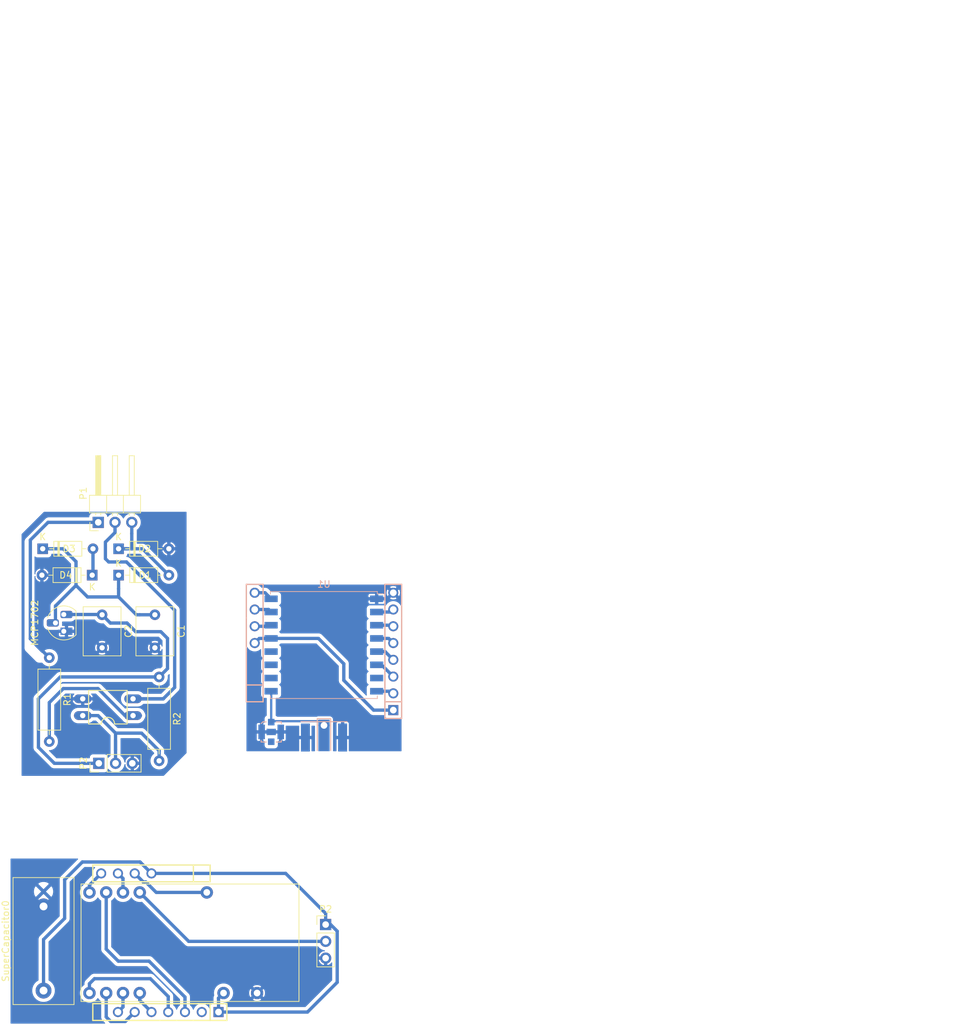
<source format=kicad_pcb>
(kicad_pcb (version 20171130) (host pcbnew "(5.1.9)-1")

  (general
    (thickness 1.6)
    (drawings 10)
    (tracks 140)
    (zones 0)
    (modules 23)
    (nets 40)
  )

  (page A4)
  (layers
    (0 F.Cu signal)
    (31 B.Cu signal)
    (32 B.Adhes user)
    (33 F.Adhes user)
    (34 B.Paste user hide)
    (35 F.Paste user hide)
    (36 B.SilkS user)
    (37 F.SilkS user)
    (38 B.Mask user)
    (39 F.Mask user hide)
    (40 Dwgs.User user)
    (41 Cmts.User user)
    (42 Eco1.User user)
    (43 Eco2.User user)
    (44 Edge.Cuts user)
    (45 Margin user)
    (46 B.CrtYd user hide)
    (47 F.CrtYd user hide)
    (48 B.Fab user)
    (49 F.Fab user hide)
  )

  (setup
    (last_trace_width 0.5)
    (user_trace_width 0.5)
    (user_trace_width 1)
    (trace_clearance 0.2)
    (zone_clearance 0.508)
    (zone_45_only no)
    (trace_min 0.2)
    (via_size 0.8)
    (via_drill 0.4)
    (via_min_size 0.4)
    (via_min_drill 0.3)
    (uvia_size 0.3)
    (uvia_drill 0.1)
    (uvias_allowed no)
    (uvia_min_size 0.2)
    (uvia_min_drill 0.1)
    (edge_width 0.05)
    (segment_width 0.2)
    (pcb_text_width 0.3)
    (pcb_text_size 1.5 1.5)
    (mod_edge_width 0.12)
    (mod_text_size 1 1)
    (mod_text_width 0.15)
    (pad_size 1.6 1.6)
    (pad_drill 0.8)
    (pad_to_mask_clearance 0)
    (aux_axis_origin 0 0)
    (visible_elements 7FFFFFFF)
    (pcbplotparams
      (layerselection 0x010fc_ffffffff)
      (usegerberextensions false)
      (usegerberattributes true)
      (usegerberadvancedattributes true)
      (creategerberjobfile true)
      (excludeedgelayer true)
      (linewidth 0.100000)
      (plotframeref false)
      (viasonmask false)
      (mode 1)
      (useauxorigin false)
      (hpglpennumber 1)
      (hpglpenspeed 20)
      (hpglpendiameter 15.000000)
      (psnegative false)
      (psa4output false)
      (plotreference true)
      (plotvalue true)
      (plotinvisibletext false)
      (padsonsilk false)
      (subtractmaskfromsilk false)
      (outputformat 1)
      (mirror false)
      (drillshape 1)
      (scaleselection 1)
      (outputdirectory ""))
  )

  (net 0 "")
  (net 1 "Net-(C1-Pad1)")
  (net 2 GNDREF)
  (net 3 Vcc)
  (net 4 A)
  (net 5 I2)
  (net 6 "Net-(Opto1-Pad1)")
  (net 7 InfoTIC)
  (net 8 I1)
  (net 9 MISO)
  (net 10 MOSI)
  (net 11 SCK)
  (net 12 NSS)
  (net 13 RST)
  (net 14 "Net-(U1-Pad7)")
  (net 15 "Net-(ATN1-Pad1)")
  (net 16 "Net-(U1-Pad11)")
  (net 17 "Net-(U1-Pad12)")
  (net 18 DIO0)
  (net 19 DIO1)
  (net 20 DIO2)
  (net 21 "Net-(U2-PadJP7_12)")
  (net 22 "Net-(U2-PadJP7_11)")
  (net 23 "Net-(U2-PadJP7_7)")
  (net 24 "Net-(U2-PadJP7_6)")
  (net 25 "Net-(U2-PadJP7_5)")
  (net 26 "Net-(U2-PadJP6_8)")
  (net 27 "Net-(U2-PadJP6_7)")
  (net 28 "Net-(U2-PadJP6_6)")
  (net 29 "Net-(U2-PadJP6_5)")
  (net 30 "Net-(U2-PadJP6_3)")
  (net 31 "Net-(U2-PadJP6_1)")
  (net 32 "Net-(U2-PadJP3_1)")
  (net 33 "Net-(U2-PadJP3_2)")
  (net 34 "Net-(U2-PadJP2_2)")
  (net 35 "Net-(U2-PadJP2_1)")
  (net 36 "Net-(U2-PadJP1_5)")
  (net 37 "Net-(U2-PadJP1_3)")
  (net 38 "Net-(U2-PadJP1_2)")
  (net 39 "Net-(U2-PadJP1_1)")

  (net_class Default "This is the default net class."
    (clearance 0.2)
    (trace_width 0.25)
    (via_dia 0.8)
    (via_drill 0.4)
    (uvia_dia 0.3)
    (uvia_drill 0.1)
    (add_net A)
    (add_net DIO0)
    (add_net DIO1)
    (add_net DIO2)
    (add_net GNDREF)
    (add_net I1)
    (add_net I2)
    (add_net InfoTIC)
    (add_net MISO)
    (add_net MOSI)
    (add_net NSS)
    (add_net "Net-(ATN1-Pad1)")
    (add_net "Net-(C1-Pad1)")
    (add_net "Net-(Opto1-Pad1)")
    (add_net "Net-(U1-Pad11)")
    (add_net "Net-(U1-Pad12)")
    (add_net "Net-(U1-Pad7)")
    (add_net "Net-(U2-PadJP1_1)")
    (add_net "Net-(U2-PadJP1_2)")
    (add_net "Net-(U2-PadJP1_3)")
    (add_net "Net-(U2-PadJP1_5)")
    (add_net "Net-(U2-PadJP2_1)")
    (add_net "Net-(U2-PadJP2_2)")
    (add_net "Net-(U2-PadJP3_1)")
    (add_net "Net-(U2-PadJP3_2)")
    (add_net "Net-(U2-PadJP6_1)")
    (add_net "Net-(U2-PadJP6_3)")
    (add_net "Net-(U2-PadJP6_5)")
    (add_net "Net-(U2-PadJP6_6)")
    (add_net "Net-(U2-PadJP6_7)")
    (add_net "Net-(U2-PadJP6_8)")
    (add_net "Net-(U2-PadJP7_11)")
    (add_net "Net-(U2-PadJP7_12)")
    (add_net "Net-(U2-PadJP7_5)")
    (add_net "Net-(U2-PadJP7_6)")
    (add_net "Net-(U2-PadJP7_7)")
    (add_net RST)
    (add_net SCK)
    (add_net Vcc)
  )

  (module Connector:SMA_EDGE (layer B.Cu) (tedit 6065BDBE) (tstamp 6065B42D)
    (at 112.001 92.767 90)
    (path /561309D6)
    (fp_text reference " " (at 1.143 -4.572) (layer B.SilkS) hide
      (effects (font (size 1.016 1.016) (thickness 0.2032)) (justify mirror))
    )
    (fp_text value SMA (at 2.1 -4.5 90) (layer B.Fab)
      (effects (font (size 1.016 1.016) (thickness 0.2032)) (justify mirror))
    )
    (fp_line (start 0.2 3.8) (end 1.2 4.7) (layer B.Fab) (width 0.127))
    (fp_line (start 0.2 3.8) (end 0.7 4) (layer B.Fab) (width 0.127))
    (fp_line (start 0.2 3.8) (end 0.4 4.2) (layer B.Fab) (width 0.127))
    (fp_line (start 0 3.5) (end 0 -3.5) (layer B.Fab) (width 0.127))
    (fp_line (start 4.5 3.5) (end 4.5 -3.5) (layer B.SilkS) (width 0.15))
    (fp_text user "PCB Edge" (at 3.1 5 90) (layer B.Fab) hide
      (effects (font (size 0.5 0.5) (thickness 0.1)) (justify mirror))
    )
    (pad "" connect rect (at 2.1 -2.825 90) (size 4.2 1.35) (layers B.Cu F.Mask))
    (pad "" connect rect (at 2.1 2.825 90) (size 4.2 1.35) (layers B.Cu F.Mask))
    (pad 2 connect rect (at 2.1 2.825 90) (size 4.199999 1.35) (layers B.Cu B.Mask)
      (net 2 GNDREF))
    (pad 3 connect rect (at 2.1 -2.825 90) (size 4.199999 1.35) (layers B.Cu B.Mask)
      (net 2 GNDREF))
    (pad 1 connect rect (at 1.9 0 90) (size 3.6 1.27) (layers B.Cu B.Mask))
    (model C:/Engineering/KiCAD_Libraries/3D/Connectors/RF/VRML/SMA_EDGE.wrl
      (at (xyz 0 0 0))
      (scale (xyz 1 1 1))
      (rotate (xyz 0 0 0))
    )
  )

  (module Passive:ANTENNA_HELICAL_RA (layer B.Cu) (tedit 602FE13C) (tstamp 6065B425)
    (at 112.001 88.83)
    (path /56130BF5)
    (fp_text reference " " (at 0 -1.778) (layer B.SilkS) hide
      (effects (font (size 1.016 1.016) (thickness 0.2032)) (justify mirror))
    )
    (fp_text value " " (at 0 -1.778) (layer B.SilkS) hide
      (effects (font (size 1.016 1.016) (thickness 0.2032)) (justify mirror))
    )
    (fp_line (start 1.016 -1.016) (end 1.016 3.81) (layer B.SilkS) (width 0.15))
    (fp_line (start -1.016 3.81) (end -1.016 -1.016) (layer B.SilkS) (width 0.15))
    (fp_line (start -1.016 -1.016) (end 1.016 -1.016) (layer B.SilkS) (width 0.15))
    (pad 1 thru_hole circle (at 0 0) (size 1.7018 1.7018) (drill 1.016) (layers *.Cu *.Mask))
    (pad 1 smd rect (at 0 1.524) (size 1.7018 4.7752) (layers B.Cu B.Mask))
    (model C:/Engineering/KiCAD_Libraries/3D/Discrete/Passive/Antenna/VRML/SW868-TH13.wrl_
      (at (xyz 0 0 0))
      (scale (xyz 1 1 1))
      (rotate (xyz 0 0 0))
    )
  )

  (module Connector:U.FL-R-SMT (layer B.Cu) (tedit 6065B4A7) (tstamp 6065B416)
    (at 104 89.8206)
    (path /561159A2)
    (attr smd)
    (fp_text reference " " (at 1.524 -2.5146) (layer B.SilkS) hide
      (effects (font (size 1.016 1.016) (thickness 0.2032)) (justify mirror))
    )
    (fp_text value u.FL (at 0 -3.81) (layer B.Fab) hide
      (effects (font (size 1.016 1.016) (thickness 0.2032)) (justify mirror))
    )
    (fp_line (start 1.524 -1.27) (end 1.524 -1.524) (layer B.SilkS) (width 0.15))
    (fp_line (start -1.524 1.524) (end -1.524 1.27) (layer B.SilkS) (width 0.15))
    (fp_line (start 1.524 1.524) (end 1.524 1.27) (layer B.SilkS) (width 0.15))
    (fp_line (start -1.27 -1.524) (end -0.762 -1.524) (layer B.SilkS) (width 0.15))
    (fp_line (start -1.524 -1.27) (end -1.27 -1.524) (layer B.SilkS) (width 0.15))
    (fp_line (start -1.524 1.524) (end -0.762 1.524) (layer B.SilkS) (width 0.15))
    (fp_line (start 0.762 -1.524) (end 1.524 -1.524) (layer B.SilkS) (width 0.15))
    (fp_line (start 0.762 1.524) (end 1.524 1.524) (layer B.SilkS) (width 0.15))
    (pad 1 smd rect (at 0 -1.4859) (size 0.9906 0.9906) (layers B.Cu B.Paste B.Mask))
    (pad 4 smd rect (at 1.4478 0) (size 0.9906 2.2098) (layers B.Cu B.Paste B.Mask)
      (net 2 GNDREF))
    (pad 2 smd rect (at -1.4478 0) (size 0.9906 2.2098) (layers B.Cu B.Paste B.Mask)
      (net 2 GNDREF))
    (pad 3 smd rect (at 0 1.4859) (size 0.9906 0.9906) (layers B.Cu B.Paste B.Mask))
    (model C:/Engineering/KiCAD_Libraries/3D/Connectors/RF/VRML/UFL-R-SMT.wrl_
      (at (xyz 0 0 0))
      (scale (xyz 1 1 1))
      (rotate (xyz 0 0 0))
    )
  )

  (module RF_Module:HOPERF_RFM9XW_SMD (layer B.Cu) (tedit 6065B89E) (tstamp 60656E8E)
    (at 111.984 76.654 180)
    (descr "Low Power Long Range Transceiver Module SMD-16 (https://www.hoperf.com/data/upload/portal/20181127/5bfcbea20e9ef.pdf)")
    (tags "LoRa Low Power Long Range Transceiver Module")
    (path /605FE905)
    (attr smd)
    (fp_text reference U1 (at 0 9.2) (layer B.SilkS)
      (effects (font (size 1 1) (thickness 0.15)) (justify mirror))
    )
    (fp_text value RFM95 (at 0 -9.5) (layer B.Fab)
      (effects (font (size 1 1) (thickness 0.15)) (justify mirror))
    )
    (fp_line (start -7 8) (end -8 7) (layer B.Fab) (width 0.1))
    (fp_line (start -8.1 7.75) (end -9 7.75) (layer B.SilkS) (width 0.12))
    (fp_line (start -8.1 8.1) (end -8.1 7.75) (layer B.SilkS) (width 0.12))
    (fp_line (start 8.1 -8.1) (end 8.1 -7.7) (layer B.SilkS) (width 0.12))
    (fp_line (start -8.1 -8.1) (end 8.1 -8.1) (layer B.SilkS) (width 0.12))
    (fp_line (start -8.1 -7.7) (end -8.1 -8.1) (layer B.SilkS) (width 0.12))
    (fp_line (start 8.1 8.1) (end 8.1 7.7) (layer B.SilkS) (width 0.12))
    (fp_line (start -8.1 8.1) (end 8.1 8.1) (layer B.SilkS) (width 0.12))
    (fp_line (start -9.25 -8.25) (end -9.25 8.25) (layer B.CrtYd) (width 0.05))
    (fp_line (start -9.25 -8.25) (end 9.25 -8.25) (layer B.CrtYd) (width 0.05))
    (fp_line (start 9.25 8.25) (end 9.25 -8.25) (layer B.CrtYd) (width 0.05))
    (fp_line (start -9.25 8.25) (end 9.25 8.25) (layer B.CrtYd) (width 0.05))
    (fp_line (start -8 -8) (end -8 7) (layer B.Fab) (width 0.1))
    (fp_line (start -8 -8) (end 8 -8) (layer B.Fab) (width 0.1))
    (fp_line (start 8 -8) (end 8 8) (layer B.Fab) (width 0.1))
    (fp_line (start -7 8) (end 8 8) (layer B.Fab) (width 0.1))
    (fp_text user %R (at 0 0) (layer B.Fab)
      (effects (font (size 1 1) (thickness 0.15)) (justify mirror))
    )
    (pad 16 smd rect (at 8 7 180) (size 2 1) (layers B.Cu B.Paste B.Mask))
    (pad 15 smd rect (at 8 5 180) (size 2 1) (layers B.Cu B.Paste B.Mask))
    (pad 14 smd rect (at 8 3 180) (size 2 1) (layers B.Cu B.Paste B.Mask))
    (pad 13 smd rect (at 8 1 180) (size 2 1) (layers B.Cu B.Paste B.Mask))
    (pad 12 smd rect (at 8 -1 180) (size 2 1) (layers B.Cu B.Paste B.Mask)
      (net 17 "Net-(U1-Pad12)"))
    (pad 11 smd rect (at 8 -3 180) (size 2 1) (layers B.Cu B.Paste B.Mask)
      (net 16 "Net-(U1-Pad11)"))
    (pad 10 smd rect (at 8 -5 180) (size 2 1) (layers B.Cu B.Paste B.Mask))
    (pad 9 smd rect (at 8 -7 180) (size 2 1) (layers B.Cu B.Paste B.Mask)
      (net 15 "Net-(ATN1-Pad1)"))
    (pad 8 smd rect (at -8 -7 180) (size 2 1) (layers B.Cu B.Paste B.Mask))
    (pad 7 smd rect (at -8 -5 180) (size 2 1) (layers B.Cu B.Paste B.Mask)
      (net 14 "Net-(U1-Pad7)"))
    (pad 6 smd rect (at -8 -3 180) (size 2 1) (layers B.Cu B.Paste B.Mask))
    (pad 5 smd rect (at -8 -1 180) (size 2 1) (layers B.Cu B.Paste B.Mask))
    (pad 4 smd rect (at -8 1 180) (size 2 1) (layers B.Cu B.Paste B.Mask))
    (pad 3 smd rect (at -8 3 180) (size 2 1) (layers B.Cu B.Paste B.Mask))
    (pad 2 smd rect (at -8 5 180) (size 2 1) (layers B.Cu B.Paste B.Mask))
    (pad 1 smd rect (at -8 7 180) (size 2 1) (layers B.Cu B.Paste B.Mask)
      (net 2 GNDREF))
    (model ${KISYS3DMOD}/RF_Module.3dshapes/HOPERF_RFM9XW_SMD.wrl
      (at (xyz 0 0 0))
      (scale (xyz 1 1 1))
      (rotate (xyz 0 0 0))
    )
  )

  (module PC814:DIL04 (layer F.Cu) (tedit 60227CC4) (tstamp 6065A1DF)
    (at 79.25 86.073 90)
    (descr "<b>Dual In Line Package</b>")
    (path /605E26C5)
    (fp_text reference Opto1 (at -3.55644 -0.50807 270) (layer F.SilkS) hide
      (effects (font (size 1.000126 1.000126) (thickness 0.015)))
    )
    (fp_text value PC814 (at 3.559965 -0.254275 270) (layer F.Fab)
      (effects (font (size 1.00111 1.00111) (thickness 0.015)))
    )
    (fp_line (start -2.54 2.921) (end -2.54 1.016) (layer F.SilkS) (width 0.1524))
    (fp_line (start -2.54 -2.921) (end -2.54 -1.016) (layer F.SilkS) (width 0.1524))
    (fp_line (start 2.54 -2.921) (end 2.54 2.921) (layer F.SilkS) (width 0.1524))
    (fp_line (start -2.54 2.921) (end 2.54 2.921) (layer F.SilkS) (width 0.1524))
    (fp_line (start 2.54 -2.921) (end -2.54 -2.921) (layer F.SilkS) (width 0.1524))
    (fp_arc (start -2.54 0) (end -2.54 1.016) (angle -180) (layer F.SilkS) (width 0.1524))
    (pad 1 thru_hole oval (at -1.27 3.81 90) (size 1.3208 2.6416) (drill 0.8128) (layers *.Cu *.Mask)
      (net 6 "Net-(Opto1-Pad1)"))
    (pad 2 thru_hole oval (at 1.27 3.81 90) (size 1.3208 2.6416) (drill 0.8128) (layers *.Cu *.Mask)
      (net 5 I2))
    (pad 3 thru_hole oval (at 1.27 -3.81 90) (size 1.3208 2.6416) (drill 0.8128) (layers *.Cu *.Mask)
      (net 2 GNDREF))
    (pad 4 thru_hole oval (at -1.27 -3.81 90) (size 1.3208 2.6416) (drill 0.8128) (layers *.Cu *.Mask)
      (net 7 InfoTIC))
  )

  (module Connector_PinHeader_2.54mm:PinHeader_1x03_P2.54mm_Vertical (layer F.Cu) (tedit 60658FD9) (tstamp 6065EA32)
    (at 112.25 119)
    (descr "Through hole straight pin header, 1x03, 2.54mm pitch, single row")
    (tags "Through hole pin header THT 1x03 2.54mm single row")
    (path /606D4E06)
    (fp_text reference P2 (at 0 -2.33) (layer F.SilkS)
      (effects (font (size 1 1) (thickness 0.15)))
    )
    (fp_text value HEADER_M_2.54MM_1R3P_ST_AU_PTH (at 0 7.41) (layer F.Fab)
      (effects (font (size 1 1) (thickness 0.15)))
    )
    (fp_line (start 1.8 -1.8) (end -1.8 -1.8) (layer F.CrtYd) (width 0.05))
    (fp_line (start 1.8 6.85) (end 1.8 -1.8) (layer F.CrtYd) (width 0.05))
    (fp_line (start -1.8 6.85) (end 1.8 6.85) (layer F.CrtYd) (width 0.05))
    (fp_line (start -1.8 -1.8) (end -1.8 6.85) (layer F.CrtYd) (width 0.05))
    (fp_line (start -1.33 -1.33) (end 0 -1.33) (layer F.SilkS) (width 0.12))
    (fp_line (start -1.33 0) (end -1.33 -1.33) (layer F.SilkS) (width 0.12))
    (fp_line (start -1.33 1.27) (end 1.33 1.27) (layer F.SilkS) (width 0.12))
    (fp_line (start 1.33 1.27) (end 1.33 6.41) (layer F.SilkS) (width 0.12))
    (fp_line (start -1.33 1.27) (end -1.33 6.41) (layer F.SilkS) (width 0.12))
    (fp_line (start -1.33 6.41) (end 1.33 6.41) (layer F.SilkS) (width 0.12))
    (fp_line (start -1.27 -0.635) (end -0.635 -1.27) (layer F.Fab) (width 0.1))
    (fp_line (start -1.27 6.35) (end -1.27 -0.635) (layer F.Fab) (width 0.1))
    (fp_line (start 1.27 6.35) (end -1.27 6.35) (layer F.Fab) (width 0.1))
    (fp_line (start 1.27 -1.27) (end 1.27 6.35) (layer F.Fab) (width 0.1))
    (fp_line (start -0.635 -1.27) (end 1.27 -1.27) (layer F.Fab) (width 0.1))
    (fp_text user %R (at 0 2.54 90) (layer F.Fab)
      (effects (font (size 1 1) (thickness 0.15)))
    )
    (pad 3 thru_hole oval (at 0 5.08) (size 1.7 1.7) (drill 1) (layers *.Cu *.Mask)
      (net 2 GNDREF))
    (pad 2 thru_hole oval (at 0 2.54) (size 1.7 1.7) (drill 1) (layers *.Cu *.Mask)
      (net 7 InfoTIC))
    (pad 1 thru_hole rect (at 0 0) (size 1.7 1.7) (drill 1) (layers *.Cu *.Mask)
      (net 3 Vcc))
    (model ${KISYS3DMOD}/Connector_PinHeader_2.54mm.3dshapes/PinHeader_1x03_P2.54mm_Vertical.wrl
      (at (xyz 0 0 0))
      (scale (xyz 1 1 1))
      (rotate (xyz 0 0 0))
    )
  )

  (module Header:HEADER_M_2.54MM_1R8P_ST_AU_PTH (layer B.Cu) (tedit 6065B85A) (tstamp 606590D2)
    (at 122.5 77.626 90)
    (tags Header)
    (path /6024B676)
    (fp_text reference " " (at 0 -2.286 -90) (layer B.SilkS) hide
      (effects (font (size 1.016 1.016) (thickness 0.127)) (justify mirror))
    )
    (fp_text value " " (at 0 2.159 -90) (layer B.SilkS) hide
      (effects (font (size 1.016 1.016) (thickness 0.127)) (justify mirror))
    )
    (fp_line (start -7.62 1.27) (end -7.62 -1.27) (layer B.SilkS) (width 0.2032))
    (fp_line (start -10.16 -1.27) (end -10.16 1.27) (layer B.SilkS) (width 0.2032))
    (fp_line (start -10.16 1.27) (end -7.62 1.27) (layer B.SilkS) (width 0.2032))
    (fp_line (start -10.16 -1.27) (end -7.62 -1.27) (layer B.SilkS) (width 0.2032))
    (fp_line (start -7.62 -1.27) (end -5.08 -1.27) (layer B.SilkS) (width 0.2032))
    (fp_line (start -7.62 1.27) (end -5.08 1.27) (layer B.SilkS) (width 0.2032))
    (fp_line (start 10.16 1.27) (end 10.16 -1.27) (layer B.SilkS) (width 0.2032))
    (fp_line (start -5.08 1.27) (end -2.54 1.27) (layer B.SilkS) (width 0.2032))
    (fp_line (start -5.08 -1.27) (end -2.54 -1.27) (layer B.SilkS) (width 0.2032))
    (fp_line (start -2.54 -1.27) (end 0 -1.27) (layer B.SilkS) (width 0.2032))
    (fp_line (start -2.54 1.27) (end 0 1.27) (layer B.SilkS) (width 0.2032))
    (fp_line (start 0 1.27) (end 5.08 1.27) (layer B.SilkS) (width 0.2032))
    (fp_line (start 0 -1.27) (end 5.08 -1.27) (layer B.SilkS) (width 0.2032))
    (fp_line (start 5.08 1.27) (end 10.16 1.27) (layer B.SilkS) (width 0.2032))
    (fp_line (start 5.08 -1.27) (end 10.16 -1.27) (layer B.SilkS) (width 0.2032))
    (pad 5 thru_hole circle (at 1.27 0 90) (size 1.524 1.524) (drill 1.016) (layers *.Cu *.Mask))
    (pad 8 thru_hole circle (at 8.89 0 90) (size 1.524 1.524) (drill 1.016) (layers *.Cu *.Mask)
      (net 2 GNDREF))
    (pad 7 thru_hole circle (at 6.35 0 90) (size 1.524 1.524) (drill 1.016) (layers *.Cu *.Mask))
    (pad 1 thru_hole rect (at -8.89 0 90) (size 1.524 1.524) (drill 1.016) (layers *.Cu *.Mask))
    (pad 2 thru_hole circle (at -6.35 0 90) (size 1.524 1.524) (drill 1.016) (layers *.Cu *.Mask))
    (pad 3 thru_hole circle (at -3.81 0 90) (size 1.524 1.524) (drill 1.016) (layers *.Cu *.Mask))
    (pad 4 thru_hole circle (at -1.27 0 90) (size 1.524 1.524) (drill 1.016) (layers *.Cu *.Mask))
    (pad 6 thru_hole circle (at 3.81 0 90) (size 1.524 1.524) (drill 1.016) (layers *.Cu *.Mask))
    (model C:/Engineering/KiCAD_Libraries/3D/Headers/VRML/HEADER_M_2.54MM_1R8P_ST_AU_PTH.wrl
      (at (xyz 0 0 0))
      (scale (xyz 1 1 1))
      (rotate (xyz 0 0 0))
    )
  )

  (module Header:HEADER_M_2.54MM_1R7P_ST_AU_PTH (layer B.Cu) (tedit 6065B7FE) (tstamp 606590BF)
    (at 101.5 76.356 90)
    (tags Header)
    (path /60249194)
    (fp_text reference " " (at 0 -2.54 -90) (layer B.SilkS) hide
      (effects (font (size 1.016 1.016) (thickness 0.127)) (justify mirror))
    )
    (fp_text value " " (at -0.762 20.193 -90) (layer B.SilkS) hide
      (effects (font (size 1.016 1.016) (thickness 0.127)) (justify mirror))
    )
    (fp_line (start -1.27 1.27) (end -8.89 1.27) (layer B.SilkS) (width 0.2032))
    (fp_line (start 8.89 -1.27) (end 8.89 1.27) (layer B.SilkS) (width 0.2032))
    (fp_line (start -8.89 -1.27) (end -1.27 -1.27) (layer B.SilkS) (width 0.2032))
    (fp_line (start -8.89 1.27) (end -8.89 -1.27) (layer B.SilkS) (width 0.2032))
    (fp_line (start -6.35 1.27) (end -6.35 -1.27) (layer B.SilkS) (width 0.2032))
    (fp_line (start -1.27 1.27) (end 3.81 1.27) (layer B.SilkS) (width 0.2032))
    (fp_line (start -1.27 -1.27) (end 3.81 -1.27) (layer B.SilkS) (width 0.2032))
    (fp_line (start 3.81 1.27) (end 8.89 1.27) (layer B.SilkS) (width 0.2032))
    (fp_line (start 3.81 -1.27) (end 8.89 -1.27) (layer B.SilkS) (width 0.2032))
    (pad 1 smd rect (at -7.62 0 90) (size 1.524 1.524) (layers B.Paste B.Mask))
    (pad 2 smd circle (at -5.08 0 90) (size 1.524 1.524) (layers B.Paste B.Mask))
    (pad 3 smd circle (at -2.54 0 90) (size 1.524 1.524) (layers B.Paste B.Mask))
    (pad 5 thru_hole circle (at 2.54 0 90) (size 1.524 1.524) (drill 1.016) (layers *.Cu *.Mask))
    (pad 4 thru_hole circle (at 0 0 90) (size 1.524 1.524) (drill 1.016) (layers *.Cu *.Mask))
    (pad 6 thru_hole circle (at 5.08 0 90) (size 1.524 1.524) (drill 1.016) (layers *.Cu *.Mask))
    (pad 7 thru_hole circle (at 7.62 0 90) (size 1.524 1.524) (drill 1.016) (layers *.Cu *.Mask))
    (model C:/Engineering/KiCAD_Libraries/3D/Headers/VRML/HEADER_M_2.54MM_1R7P_ST_AU_PTH.wrl
      (at (xyz 0 0 0))
      (scale (xyz 1 1 1))
      (rotate (xyz 0 0 0))
    )
  )

  (module Resistor_THT:R_Axial_DIN0309_L9.0mm_D3.2mm_P12.70mm_Horizontal (layer F.Cu) (tedit 6065BE67) (tstamp 6065F8AA)
    (at 87.016 81.492 270)
    (descr "Resistor, Axial_DIN0309 series, Axial, Horizontal, pin pitch=12.7mm, 0.5W = 1/2W, length*diameter=9*3.2mm^2, http://cdn-reichelt.de/documents/datenblatt/B400/1_4W%23YAG.pdf")
    (tags "Resistor Axial_DIN0309 series Axial Horizontal pin pitch 12.7mm 0.5W = 1/2W length 9mm diameter 3.2mm")
    (path /605E9F49)
    (fp_text reference R2 (at 6.35 -2.72 90) (layer F.SilkS)
      (effects (font (size 1 1) (thickness 0.15)))
    )
    (fp_text value 3.3K (at 6.35 2.72 90) (layer F.Fab)
      (effects (font (size 1 1) (thickness 0.15)))
    )
    (fp_line (start 1.85 -1.6) (end 1.85 1.6) (layer F.Fab) (width 0.1))
    (fp_line (start 1.85 1.6) (end 10.85 1.6) (layer F.Fab) (width 0.1))
    (fp_line (start 10.85 1.6) (end 10.85 -1.6) (layer F.Fab) (width 0.1))
    (fp_line (start 10.85 -1.6) (end 1.85 -1.6) (layer F.Fab) (width 0.1))
    (fp_line (start 0 0) (end 1.85 0) (layer F.Fab) (width 0.1))
    (fp_line (start 12.7 0) (end 10.85 0) (layer F.Fab) (width 0.1))
    (fp_line (start 1.73 -1.72) (end 1.73 1.72) (layer F.SilkS) (width 0.12))
    (fp_line (start 1.73 1.72) (end 10.97 1.72) (layer F.SilkS) (width 0.12))
    (fp_line (start 10.97 1.72) (end 10.97 -1.72) (layer F.SilkS) (width 0.12))
    (fp_line (start 10.97 -1.72) (end 1.73 -1.72) (layer F.SilkS) (width 0.12))
    (fp_line (start 1.04 0) (end 1.73 0) (layer F.SilkS) (width 0.12))
    (fp_line (start 11.66 0) (end 10.97 0) (layer F.SilkS) (width 0.12))
    (fp_line (start -1.05 -1.85) (end -1.05 1.85) (layer F.CrtYd) (width 0.05))
    (fp_line (start -1.05 1.85) (end 13.75 1.85) (layer F.CrtYd) (width 0.05))
    (fp_line (start 13.75 1.85) (end 13.75 -1.85) (layer F.CrtYd) (width 0.05))
    (fp_line (start 13.75 -1.85) (end -1.05 -1.85) (layer F.CrtYd) (width 0.05))
    (fp_text user %R (at 6.35 0 90) (layer F.Fab)
      (effects (font (size 1 1) (thickness 0.15)))
    )
    (pad 2 thru_hole oval (at 12.7 0 270) (size 1.6 1.6) (drill 0.8) (layers *.Cu *.Mask)
      (net 7 InfoTIC))
    (pad 1 thru_hole circle (at 0 0 270) (size 1.6 1.6) (drill 0.8) (layers *.Cu *.Mask)
      (net 3 Vcc))
    (model ${KISYS3DMOD}/Resistor_THT.3dshapes/R_Axial_DIN0309_L9.0mm_D3.2mm_P12.70mm_Horizontal.wrl
      (at (xyz 0 0 0))
      (scale (xyz 1 1 1))
      (rotate (xyz 0 0 0))
    )
  )

  (module Header:HEADER_M_2.54MM_1R7P_ST_AU_PTH (layer F.Cu) (tedit 6065AE1E) (tstamp 6065EB37)
    (at 85.856 111.25 180)
    (tags Header)
    (path /60249194)
    (fp_text reference " " (at 0 2.54) (layer F.SilkS) hide
      (effects (font (size 1.016 1.016) (thickness 0.127)))
    )
    (fp_text value " " (at -0.762 -20.193) (layer F.SilkS) hide
      (effects (font (size 1.016 1.016) (thickness 0.127)))
    )
    (fp_line (start -1.27 -1.27) (end -8.89 -1.27) (layer F.SilkS) (width 0.2032))
    (fp_line (start 8.89 1.27) (end 8.89 -1.27) (layer F.SilkS) (width 0.2032))
    (fp_line (start -8.89 1.27) (end -1.27 1.27) (layer F.SilkS) (width 0.2032))
    (fp_line (start -8.89 -1.27) (end -8.89 1.27) (layer F.SilkS) (width 0.2032))
    (fp_line (start -6.35 -1.27) (end -6.35 1.27) (layer F.SilkS) (width 0.2032))
    (fp_line (start -1.27 -1.27) (end 3.81 -1.27) (layer F.SilkS) (width 0.2032))
    (fp_line (start -1.27 1.27) (end 3.81 1.27) (layer F.SilkS) (width 0.2032))
    (fp_line (start 3.81 -1.27) (end 8.89 -1.27) (layer F.SilkS) (width 0.2032))
    (fp_line (start 3.81 1.27) (end 8.89 1.27) (layer F.SilkS) (width 0.2032))
    (pad 7 thru_hole circle (at 7.62 0 180) (size 1.524 1.524) (drill 1.016) (layers *.Cu *.Mask)
      (net 20 DIO2))
    (pad 6 thru_hole circle (at 5.08 0 180) (size 1.524 1.524) (drill 1.016) (layers *.Cu *.Mask)
      (net 19 DIO1))
    (pad 4 thru_hole circle (at 0 0 180) (size 1.524 1.524) (drill 1.016) (layers *.Cu *.Mask)
      (net 3 Vcc))
    (pad 5 thru_hole circle (at 2.54 0 180) (size 1.524 1.524) (drill 1.016) (layers *.Cu *.Mask)
      (net 18 DIO0))
    (pad 3 smd circle (at -2.54 0 180) (size 1.524 1.524) (layers F.Paste F.Mask))
    (pad 2 smd circle (at -5.08 0 180) (size 1.524 1.524) (layers F.Paste F.Mask))
    (pad 1 smd rect (at -7.62 0 180) (size 1.524 1.524) (layers F.Paste F.Mask))
    (model C:/Engineering/KiCAD_Libraries/3D/Headers/VRML/HEADER_M_2.54MM_1R7P_ST_AU_PTH.wrl
      (at (xyz 0 0 0))
      (scale (xyz 1 1 1))
      (rotate (xyz 0 0 0))
    )
  )

  (module Header:HEADER_M_2.54MM_1R8P_ST_AU_PTH (layer F.Cu) (tedit 6065B8B9) (tstamp 6065EAF0)
    (at 87.126 132.25 180)
    (tags Header)
    (path /6024B676)
    (fp_text reference " " (at 0 2.286) (layer F.SilkS) hide
      (effects (font (size 1.016 1.016) (thickness 0.127)))
    )
    (fp_text value " " (at 0 -2.159) (layer F.SilkS) hide
      (effects (font (size 1.016 1.016) (thickness 0.127)))
    )
    (fp_line (start -7.62 -1.27) (end -7.62 1.27) (layer F.SilkS) (width 0.2032))
    (fp_line (start -10.16 1.27) (end -10.16 -1.27) (layer F.SilkS) (width 0.2032))
    (fp_line (start -10.16 -1.27) (end -7.62 -1.27) (layer F.SilkS) (width 0.2032))
    (fp_line (start -10.16 1.27) (end -7.62 1.27) (layer F.SilkS) (width 0.2032))
    (fp_line (start -7.62 1.27) (end -5.08 1.27) (layer F.SilkS) (width 0.2032))
    (fp_line (start -7.62 -1.27) (end -5.08 -1.27) (layer F.SilkS) (width 0.2032))
    (fp_line (start 10.16 -1.27) (end 10.16 1.27) (layer F.SilkS) (width 0.2032))
    (fp_line (start -5.08 -1.27) (end -2.54 -1.27) (layer F.SilkS) (width 0.2032))
    (fp_line (start -5.08 1.27) (end -2.54 1.27) (layer F.SilkS) (width 0.2032))
    (fp_line (start -2.54 1.27) (end 0 1.27) (layer F.SilkS) (width 0.2032))
    (fp_line (start -2.54 -1.27) (end 0 -1.27) (layer F.SilkS) (width 0.2032))
    (fp_line (start 0 -1.27) (end 5.08 -1.27) (layer F.SilkS) (width 0.2032))
    (fp_line (start 0 1.27) (end 5.08 1.27) (layer F.SilkS) (width 0.2032))
    (fp_line (start 5.08 -1.27) (end 10.16 -1.27) (layer F.SilkS) (width 0.2032))
    (fp_line (start 5.08 1.27) (end 10.16 1.27) (layer F.SilkS) (width 0.2032))
    (pad 6 thru_hole circle (at 3.81 0 180) (size 1.524 1.524) (drill 1.016) (layers *.Cu *.Mask)
      (net 10 MOSI))
    (pad 4 thru_hole circle (at -1.27 0 180) (size 1.524 1.524) (drill 1.016) (layers *.Cu *.Mask)
      (net 12 NSS))
    (pad 3 thru_hole circle (at -3.81 0 180) (size 1.524 1.524) (drill 1.016) (layers *.Cu *.Mask)
      (net 13 RST))
    (pad 2 thru_hole circle (at -6.35 0 180) (size 1.524 1.524) (drill 1.016) (layers *.Cu *.Mask))
    (pad 1 thru_hole rect (at -8.89 0 180) (size 1.524 1.524) (drill 1.016) (layers *.Cu *.Mask)
      (net 3 Vcc))
    (pad 7 thru_hole circle (at 6.35 0 180) (size 1.524 1.524) (drill 1.016) (layers *.Cu *.Mask)
      (net 9 MISO))
    (pad 8 smd circle (at 8.89 0 180) (size 1.524 1.524) (layers F.Paste F.Mask))
    (pad 5 thru_hole circle (at 1.27 0 180) (size 1.524 1.524) (drill 1.016) (layers *.Cu *.Mask)
      (net 11 SCK))
    (model C:/Engineering/KiCAD_Libraries/3D/Headers/VRML/HEADER_M_2.54MM_1R8P_ST_AU_PTH.wrl
      (at (xyz 0 0 0))
      (scale (xyz 1 1 1))
      (rotate (xyz 0 0 0))
    )
  )

  (module Capacitor_THT:C_Rect_L7.2mm_W5.5mm_P5.00mm_FKS2_FKP2_MKS2_MKP2 (layer F.Cu) (tedit 5AE50EF0) (tstamp 6065FA5F)
    (at 78.372 72.073 270)
    (descr "C, Rect series, Radial, pin pitch=5.00mm, , length*width=7.2*5.5mm^2, Capacitor, http://www.wima.com/EN/WIMA_FKS_2.pdf")
    (tags "C Rect series Radial pin pitch 5.00mm  length 7.2mm width 5.5mm Capacitor")
    (path /605F8543)
    (fp_text reference C2 (at 2.5 -4 90) (layer F.SilkS)
      (effects (font (size 1 1) (thickness 0.15)))
    )
    (fp_text value 1uF (at 2.5 4 90) (layer F.Fab) hide
      (effects (font (size 1 1) (thickness 0.15)))
    )
    (fp_line (start -1.1 -2.75) (end -1.1 2.75) (layer F.Fab) (width 0.1))
    (fp_line (start -1.1 2.75) (end 6.1 2.75) (layer F.Fab) (width 0.1))
    (fp_line (start 6.1 2.75) (end 6.1 -2.75) (layer F.Fab) (width 0.1))
    (fp_line (start 6.1 -2.75) (end -1.1 -2.75) (layer F.Fab) (width 0.1))
    (fp_line (start -1.22 -2.87) (end 6.22 -2.87) (layer F.SilkS) (width 0.12))
    (fp_line (start -1.22 2.87) (end 6.22 2.87) (layer F.SilkS) (width 0.12))
    (fp_line (start -1.22 -2.87) (end -1.22 2.87) (layer F.SilkS) (width 0.12))
    (fp_line (start 6.22 -2.87) (end 6.22 2.87) (layer F.SilkS) (width 0.12))
    (fp_line (start -1.35 -3) (end -1.35 3) (layer F.CrtYd) (width 0.05))
    (fp_line (start -1.35 3) (end 6.35 3) (layer F.CrtYd) (width 0.05))
    (fp_line (start 6.35 3) (end 6.35 -3) (layer F.CrtYd) (width 0.05))
    (fp_line (start 6.35 -3) (end -1.35 -3) (layer F.CrtYd) (width 0.05))
    (fp_text user %R (at 2.5 0 90) (layer F.Fab)
      (effects (font (size 1 1) (thickness 0.15)))
    )
    (pad 2 thru_hole circle (at 5 0 270) (size 1.6 1.6) (drill 0.8) (layers *.Cu *.Mask)
      (net 2 GNDREF))
    (pad 1 thru_hole circle (at 0 0 270) (size 1.6 1.6) (drill 0.8) (layers *.Cu *.Mask)
      (net 3 Vcc))
    (model ${KISYS3DMOD}/Capacitor_THT.3dshapes/C_Rect_L7.2mm_W5.5mm_P5.00mm_FKS2_FKP2_MKS2_MKP2.wrl
      (at (xyz 0 0 0))
      (scale (xyz 1 1 1))
      (rotate (xyz 0 0 0))
    )
  )

  (module Capacitor_THT:C_Rect_L7.2mm_W5.5mm_P5.00mm_FKS2_FKP2_MKS2_MKP2 (layer F.Cu) (tedit 5AE50EF0) (tstamp 6065F975)
    (at 86.372 72.073 270)
    (descr "C, Rect series, Radial, pin pitch=5.00mm, , length*width=7.2*5.5mm^2, Capacitor, http://www.wima.com/EN/WIMA_FKS_2.pdf")
    (tags "C Rect series Radial pin pitch 5.00mm  length 7.2mm width 5.5mm Capacitor")
    (path /605F7B07)
    (fp_text reference C1 (at 2.5 -4 90) (layer F.SilkS)
      (effects (font (size 1 1) (thickness 0.15)))
    )
    (fp_text value 1uF (at 2.5 4 90) (layer F.Fab)
      (effects (font (size 1 1) (thickness 0.15)))
    )
    (fp_line (start 6.35 -3) (end -1.35 -3) (layer F.CrtYd) (width 0.05))
    (fp_line (start 6.35 3) (end 6.35 -3) (layer F.CrtYd) (width 0.05))
    (fp_line (start -1.35 3) (end 6.35 3) (layer F.CrtYd) (width 0.05))
    (fp_line (start -1.35 -3) (end -1.35 3) (layer F.CrtYd) (width 0.05))
    (fp_line (start 6.22 -2.87) (end 6.22 2.87) (layer F.SilkS) (width 0.12))
    (fp_line (start -1.22 -2.87) (end -1.22 2.87) (layer F.SilkS) (width 0.12))
    (fp_line (start -1.22 2.87) (end 6.22 2.87) (layer F.SilkS) (width 0.12))
    (fp_line (start -1.22 -2.87) (end 6.22 -2.87) (layer F.SilkS) (width 0.12))
    (fp_line (start 6.1 -2.75) (end -1.1 -2.75) (layer F.Fab) (width 0.1))
    (fp_line (start 6.1 2.75) (end 6.1 -2.75) (layer F.Fab) (width 0.1))
    (fp_line (start -1.1 2.75) (end 6.1 2.75) (layer F.Fab) (width 0.1))
    (fp_line (start -1.1 -2.75) (end -1.1 2.75) (layer F.Fab) (width 0.1))
    (fp_text user %R (at 2.5 0 90) (layer F.Fab)
      (effects (font (size 1 1) (thickness 0.15)))
    )
    (pad 1 thru_hole circle (at 0 0 270) (size 1.6 1.6) (drill 0.8) (layers *.Cu *.Mask)
      (net 1 "Net-(C1-Pad1)"))
    (pad 2 thru_hole circle (at 5 0 270) (size 1.6 1.6) (drill 0.8) (layers *.Cu *.Mask)
      (net 2 GNDREF))
    (model ${KISYS3DMOD}/Capacitor_THT.3dshapes/C_Rect_L7.2mm_W5.5mm_P5.00mm_FKS2_FKP2_MKS2_MKP2.wrl
      (at (xyz 0 0 0))
      (scale (xyz 1 1 1))
      (rotate (xyz 0 0 0))
    )
  )

  (module Diode_THT:D_DO-35_SOD27_P7.62mm_Horizontal (layer F.Cu) (tedit 5AE50CD5) (tstamp 6065F8F4)
    (at 80.872 66.073)
    (descr "Diode, DO-35_SOD27 series, Axial, Horizontal, pin pitch=7.62mm, , length*diameter=4*2mm^2, , http://www.diodes.com/_files/packages/DO-35.pdf")
    (tags "Diode DO-35_SOD27 series Axial Horizontal pin pitch 7.62mm  length 4mm diameter 2mm")
    (path /605EA9E7)
    (fp_text reference D1 (at 4.0225 0) (layer F.SilkS)
      (effects (font (size 1 1) (thickness 0.15)))
    )
    (fp_text value 1N4148 (at 3.81 2.12) (layer F.Fab)
      (effects (font (size 1 1) (thickness 0.15)))
    )
    (fp_line (start 1.81 -1) (end 1.81 1) (layer F.Fab) (width 0.1))
    (fp_line (start 1.81 1) (end 5.81 1) (layer F.Fab) (width 0.1))
    (fp_line (start 5.81 1) (end 5.81 -1) (layer F.Fab) (width 0.1))
    (fp_line (start 5.81 -1) (end 1.81 -1) (layer F.Fab) (width 0.1))
    (fp_line (start 0 0) (end 1.81 0) (layer F.Fab) (width 0.1))
    (fp_line (start 7.62 0) (end 5.81 0) (layer F.Fab) (width 0.1))
    (fp_line (start 2.41 -1) (end 2.41 1) (layer F.Fab) (width 0.1))
    (fp_line (start 2.51 -1) (end 2.51 1) (layer F.Fab) (width 0.1))
    (fp_line (start 2.31 -1) (end 2.31 1) (layer F.Fab) (width 0.1))
    (fp_line (start 1.69 -1.12) (end 1.69 1.12) (layer F.SilkS) (width 0.12))
    (fp_line (start 1.69 1.12) (end 5.93 1.12) (layer F.SilkS) (width 0.12))
    (fp_line (start 5.93 1.12) (end 5.93 -1.12) (layer F.SilkS) (width 0.12))
    (fp_line (start 5.93 -1.12) (end 1.69 -1.12) (layer F.SilkS) (width 0.12))
    (fp_line (start 1.04 0) (end 1.69 0) (layer F.SilkS) (width 0.12))
    (fp_line (start 6.58 0) (end 5.93 0) (layer F.SilkS) (width 0.12))
    (fp_line (start 2.41 -1.12) (end 2.41 1.12) (layer F.SilkS) (width 0.12))
    (fp_line (start 2.53 -1.12) (end 2.53 1.12) (layer F.SilkS) (width 0.12))
    (fp_line (start 2.29 -1.12) (end 2.29 1.12) (layer F.SilkS) (width 0.12))
    (fp_line (start -1.05 -1.25) (end -1.05 1.25) (layer F.CrtYd) (width 0.05))
    (fp_line (start -1.05 1.25) (end 8.67 1.25) (layer F.CrtYd) (width 0.05))
    (fp_line (start 8.67 1.25) (end 8.67 -1.25) (layer F.CrtYd) (width 0.05))
    (fp_line (start 8.67 -1.25) (end -1.05 -1.25) (layer F.CrtYd) (width 0.05))
    (fp_text user K (at 0 -1.8) (layer F.SilkS)
      (effects (font (size 1 1) (thickness 0.15)))
    )
    (fp_text user K (at 0 -1.8) (layer F.Fab)
      (effects (font (size 1 1) (thickness 0.15)))
    )
    (fp_text user %R (at 4.11 0) (layer F.Fab)
      (effects (font (size 0.8 0.8) (thickness 0.12)))
    )
    (pad 2 thru_hole oval (at 7.62 0) (size 1.6 1.6) (drill 0.8) (layers *.Cu *.Mask)
      (net 4 A))
    (pad 1 thru_hole rect (at 0 0) (size 1.6 1.6) (drill 0.8) (layers *.Cu *.Mask)
      (net 1 "Net-(C1-Pad1)"))
    (model ${KISYS3DMOD}/Diode_THT.3dshapes/D_DO-35_SOD27_P7.62mm_Horizontal.wrl
      (at (xyz 0 0 0))
      (scale (xyz 1 1 1))
      (rotate (xyz 0 0 0))
    )
  )

  (module Diode_THT:D_DO-35_SOD27_P7.62mm_Horizontal (layer F.Cu) (tedit 5AE50CD5) (tstamp 6065F858)
    (at 80.872 62.073)
    (descr "Diode, DO-35_SOD27 series, Axial, Horizontal, pin pitch=7.62mm, , length*diameter=4*2mm^2, , http://www.diodes.com/_files/packages/DO-35.pdf")
    (tags "Diode DO-35_SOD27 series Axial Horizontal pin pitch 7.62mm  length 4mm diameter 2mm")
    (path /605EC4EF)
    (fp_text reference D2 (at 3.9285 0) (layer F.SilkS)
      (effects (font (size 1 1) (thickness 0.15)))
    )
    (fp_text value 1N4148 (at 3.81 2.12) (layer F.Fab)
      (effects (font (size 1 1) (thickness 0.15)))
    )
    (fp_line (start 8.67 -1.25) (end -1.05 -1.25) (layer F.CrtYd) (width 0.05))
    (fp_line (start 8.67 1.25) (end 8.67 -1.25) (layer F.CrtYd) (width 0.05))
    (fp_line (start -1.05 1.25) (end 8.67 1.25) (layer F.CrtYd) (width 0.05))
    (fp_line (start -1.05 -1.25) (end -1.05 1.25) (layer F.CrtYd) (width 0.05))
    (fp_line (start 2.29 -1.12) (end 2.29 1.12) (layer F.SilkS) (width 0.12))
    (fp_line (start 2.53 -1.12) (end 2.53 1.12) (layer F.SilkS) (width 0.12))
    (fp_line (start 2.41 -1.12) (end 2.41 1.12) (layer F.SilkS) (width 0.12))
    (fp_line (start 6.58 0) (end 5.93 0) (layer F.SilkS) (width 0.12))
    (fp_line (start 1.04 0) (end 1.69 0) (layer F.SilkS) (width 0.12))
    (fp_line (start 5.93 -1.12) (end 1.69 -1.12) (layer F.SilkS) (width 0.12))
    (fp_line (start 5.93 1.12) (end 5.93 -1.12) (layer F.SilkS) (width 0.12))
    (fp_line (start 1.69 1.12) (end 5.93 1.12) (layer F.SilkS) (width 0.12))
    (fp_line (start 1.69 -1.12) (end 1.69 1.12) (layer F.SilkS) (width 0.12))
    (fp_line (start 2.31 -1) (end 2.31 1) (layer F.Fab) (width 0.1))
    (fp_line (start 2.51 -1) (end 2.51 1) (layer F.Fab) (width 0.1))
    (fp_line (start 2.41 -1) (end 2.41 1) (layer F.Fab) (width 0.1))
    (fp_line (start 7.62 0) (end 5.81 0) (layer F.Fab) (width 0.1))
    (fp_line (start 0 0) (end 1.81 0) (layer F.Fab) (width 0.1))
    (fp_line (start 5.81 -1) (end 1.81 -1) (layer F.Fab) (width 0.1))
    (fp_line (start 5.81 1) (end 5.81 -1) (layer F.Fab) (width 0.1))
    (fp_line (start 1.81 1) (end 5.81 1) (layer F.Fab) (width 0.1))
    (fp_line (start 1.81 -1) (end 1.81 1) (layer F.Fab) (width 0.1))
    (fp_text user %R (at 4.11 0 180) (layer F.Fab)
      (effects (font (size 0.8 0.8) (thickness 0.12)))
    )
    (fp_text user K (at 0 -1.8) (layer F.Fab)
      (effects (font (size 1 1) (thickness 0.15)))
    )
    (fp_text user K (at 0 -1.8) (layer F.SilkS)
      (effects (font (size 1 1) (thickness 0.15)))
    )
    (pad 1 thru_hole rect (at 0 0) (size 1.6 1.6) (drill 0.8) (layers *.Cu *.Mask)
      (net 4 A))
    (pad 2 thru_hole oval (at 7.62 0) (size 1.6 1.6) (drill 0.8) (layers *.Cu *.Mask)
      (net 2 GNDREF))
    (model ${KISYS3DMOD}/Diode_THT.3dshapes/D_DO-35_SOD27_P7.62mm_Horizontal.wrl
      (at (xyz 0 0 0))
      (scale (xyz 1 1 1))
      (rotate (xyz 0 0 0))
    )
  )

  (module Diode_THT:D_DO-35_SOD27_P7.62mm_Horizontal (layer F.Cu) (tedit 5AE50CD5) (tstamp 6065F9B7)
    (at 69.372 62.073)
    (descr "Diode, DO-35_SOD27 series, Axial, Horizontal, pin pitch=7.62mm, , length*diameter=4*2mm^2, , http://www.diodes.com/_files/packages/DO-35.pdf")
    (tags "Diode DO-35_SOD27 series Axial Horizontal pin pitch 7.62mm  length 4mm diameter 2mm")
    (path /6062B97F)
    (fp_text reference D3 (at 4 0) (layer F.SilkS)
      (effects (font (size 1 1) (thickness 0.15)))
    )
    (fp_text value 1N4148 (at 3.81 2.12) (layer F.Fab)
      (effects (font (size 1 1) (thickness 0.15)))
    )
    (fp_line (start 1.81 -1) (end 1.81 1) (layer F.Fab) (width 0.1))
    (fp_line (start 1.81 1) (end 5.81 1) (layer F.Fab) (width 0.1))
    (fp_line (start 5.81 1) (end 5.81 -1) (layer F.Fab) (width 0.1))
    (fp_line (start 5.81 -1) (end 1.81 -1) (layer F.Fab) (width 0.1))
    (fp_line (start 0 0) (end 1.81 0) (layer F.Fab) (width 0.1))
    (fp_line (start 7.62 0) (end 5.81 0) (layer F.Fab) (width 0.1))
    (fp_line (start 2.41 -1) (end 2.41 1) (layer F.Fab) (width 0.1))
    (fp_line (start 2.51 -1) (end 2.51 1) (layer F.Fab) (width 0.1))
    (fp_line (start 2.31 -1) (end 2.31 1) (layer F.Fab) (width 0.1))
    (fp_line (start 1.69 -1.12) (end 1.69 1.12) (layer F.SilkS) (width 0.12))
    (fp_line (start 1.69 1.12) (end 5.93 1.12) (layer F.SilkS) (width 0.12))
    (fp_line (start 5.93 1.12) (end 5.93 -1.12) (layer F.SilkS) (width 0.12))
    (fp_line (start 5.93 -1.12) (end 1.69 -1.12) (layer F.SilkS) (width 0.12))
    (fp_line (start 1.04 0) (end 1.69 0) (layer F.SilkS) (width 0.12))
    (fp_line (start 6.58 0) (end 5.93 0) (layer F.SilkS) (width 0.12))
    (fp_line (start 2.41 -1.12) (end 2.41 1.12) (layer F.SilkS) (width 0.12))
    (fp_line (start 2.53 -1.12) (end 2.53 1.12) (layer F.SilkS) (width 0.12))
    (fp_line (start 2.29 -1.12) (end 2.29 1.12) (layer F.SilkS) (width 0.12))
    (fp_line (start -1.05 -1.25) (end -1.05 1.25) (layer F.CrtYd) (width 0.05))
    (fp_line (start -1.05 1.25) (end 8.67 1.25) (layer F.CrtYd) (width 0.05))
    (fp_line (start 8.67 1.25) (end 8.67 -1.25) (layer F.CrtYd) (width 0.05))
    (fp_line (start 8.67 -1.25) (end -1.05 -1.25) (layer F.CrtYd) (width 0.05))
    (fp_text user K (at 0 -1.8) (layer F.SilkS)
      (effects (font (size 1 1) (thickness 0.15)))
    )
    (fp_text user K (at 0 -1.8) (layer F.Fab)
      (effects (font (size 1 1) (thickness 0.15)))
    )
    (fp_text user %R (at 4.11 0) (layer F.Fab)
      (effects (font (size 0.8 0.8) (thickness 0.12)))
    )
    (pad 2 thru_hole oval (at 7.62 0) (size 1.6 1.6) (drill 0.8) (layers *.Cu *.Mask)
      (net 8 I1))
    (pad 1 thru_hole rect (at 0 0) (size 1.6 1.6) (drill 0.8) (layers *.Cu *.Mask)
      (net 1 "Net-(C1-Pad1)"))
    (model ${KISYS3DMOD}/Diode_THT.3dshapes/D_DO-35_SOD27_P7.62mm_Horizontal.wrl
      (at (xyz 0 0 0))
      (scale (xyz 1 1 1))
      (rotate (xyz 0 0 0))
    )
  )

  (module Diode_THT:D_DO-35_SOD27_P7.62mm_Horizontal (layer F.Cu) (tedit 5AE50CD5) (tstamp 6065FA11)
    (at 76.872 66.073 180)
    (descr "Diode, DO-35_SOD27 series, Axial, Horizontal, pin pitch=7.62mm, , length*diameter=4*2mm^2, , http://www.diodes.com/_files/packages/DO-35.pdf")
    (tags "Diode DO-35_SOD27 series Axial Horizontal pin pitch 7.62mm  length 4mm diameter 2mm")
    (path /6062B979)
    (fp_text reference D4 (at 4 0) (layer F.SilkS)
      (effects (font (size 1 1) (thickness 0.15)))
    )
    (fp_text value 1N4148 (at 3.81 2.12) (layer F.Fab)
      (effects (font (size 1 1) (thickness 0.15)))
    )
    (fp_line (start 8.67 -1.25) (end -1.05 -1.25) (layer F.CrtYd) (width 0.05))
    (fp_line (start 8.67 1.25) (end 8.67 -1.25) (layer F.CrtYd) (width 0.05))
    (fp_line (start -1.05 1.25) (end 8.67 1.25) (layer F.CrtYd) (width 0.05))
    (fp_line (start -1.05 -1.25) (end -1.05 1.25) (layer F.CrtYd) (width 0.05))
    (fp_line (start 2.29 -1.12) (end 2.29 1.12) (layer F.SilkS) (width 0.12))
    (fp_line (start 2.53 -1.12) (end 2.53 1.12) (layer F.SilkS) (width 0.12))
    (fp_line (start 2.41 -1.12) (end 2.41 1.12) (layer F.SilkS) (width 0.12))
    (fp_line (start 6.58 0) (end 5.93 0) (layer F.SilkS) (width 0.12))
    (fp_line (start 1.04 0) (end 1.69 0) (layer F.SilkS) (width 0.12))
    (fp_line (start 5.93 -1.12) (end 1.69 -1.12) (layer F.SilkS) (width 0.12))
    (fp_line (start 5.93 1.12) (end 5.93 -1.12) (layer F.SilkS) (width 0.12))
    (fp_line (start 1.69 1.12) (end 5.93 1.12) (layer F.SilkS) (width 0.12))
    (fp_line (start 1.69 -1.12) (end 1.69 1.12) (layer F.SilkS) (width 0.12))
    (fp_line (start 2.31 -1) (end 2.31 1) (layer F.Fab) (width 0.1))
    (fp_line (start 2.51 -1) (end 2.51 1) (layer F.Fab) (width 0.1))
    (fp_line (start 2.41 -1) (end 2.41 1) (layer F.Fab) (width 0.1))
    (fp_line (start 7.62 0) (end 5.81 0) (layer F.Fab) (width 0.1))
    (fp_line (start 0 0) (end 1.81 0) (layer F.Fab) (width 0.1))
    (fp_line (start 5.81 -1) (end 1.81 -1) (layer F.Fab) (width 0.1))
    (fp_line (start 5.81 1) (end 5.81 -1) (layer F.Fab) (width 0.1))
    (fp_line (start 1.81 1) (end 5.81 1) (layer F.Fab) (width 0.1))
    (fp_line (start 1.81 -1) (end 1.81 1) (layer F.Fab) (width 0.1))
    (fp_text user %R (at 4.11 0) (layer F.Fab)
      (effects (font (size 0.8 0.8) (thickness 0.12)))
    )
    (fp_text user K (at 0 -1.8) (layer F.Fab)
      (effects (font (size 1 1) (thickness 0.15)))
    )
    (fp_text user K (at 0 -1.8) (layer F.SilkS)
      (effects (font (size 1 1) (thickness 0.15)))
    )
    (pad 1 thru_hole rect (at 0 0 180) (size 1.6 1.6) (drill 0.8) (layers *.Cu *.Mask)
      (net 8 I1))
    (pad 2 thru_hole oval (at 7.62 0 180) (size 1.6 1.6) (drill 0.8) (layers *.Cu *.Mask)
      (net 2 GNDREF))
    (model ${KISYS3DMOD}/Diode_THT.3dshapes/D_DO-35_SOD27_P7.62mm_Horizontal.wrl
      (at (xyz 0 0 0))
      (scale (xyz 1 1 1))
      (rotate (xyz 0 0 0))
    )
  )

  (module Package_TO_SOT_THT:TO-92_HandSolder (layer F.Cu) (tedit 5A282C46) (tstamp 6065F941)
    (at 72.572 74.573 90)
    (descr "TO-92 leads molded, narrow, drill 0.75mm, handsoldering variant with enlarged pads (see NXP sot054_po.pdf)")
    (tags "to-92 sc-43 sc-43a sot54 PA33 transistor")
    (path /606E4B38)
    (fp_text reference MCP1702 (at 1.27 -4.4 90) (layer F.SilkS)
      (effects (font (size 1 1) (thickness 0.15)))
    )
    (fp_text value MCP1702 (at 1.27 2.79 90) (layer F.Fab) hide
      (effects (font (size 1 1) (thickness 0.15)))
    )
    (fp_line (start 4 2.01) (end -1.46 2.01) (layer F.CrtYd) (width 0.05))
    (fp_line (start 4 2.01) (end 4 -3.05) (layer F.CrtYd) (width 0.05))
    (fp_line (start -1.46 -3.05) (end -1.46 2.01) (layer F.CrtYd) (width 0.05))
    (fp_line (start -1.46 -3.05) (end 4 -3.05) (layer F.CrtYd) (width 0.05))
    (fp_line (start -0.5 1.75) (end 3 1.75) (layer F.Fab) (width 0.1))
    (fp_line (start -0.53 1.85) (end 3.07 1.85) (layer F.SilkS) (width 0.12))
    (fp_text user %R (at 1.27 0 90) (layer F.Fab) hide
      (effects (font (size 1 1) (thickness 0.15)))
    )
    (fp_arc (start 1.27 0) (end 1.27 -2.48) (angle 135) (layer F.Fab) (width 0.1))
    (fp_arc (start 1.27 0) (end 0.45 -2.45) (angle -116.9632683) (layer F.SilkS) (width 0.12))
    (fp_arc (start 1.27 0) (end 1.27 -2.48) (angle -135) (layer F.Fab) (width 0.1))
    (fp_arc (start 1.27 0) (end 2.05 -2.45) (angle 117.6433766) (layer F.SilkS) (width 0.12))
    (pad 2 thru_hole roundrect (at 1.27 -1.27 90) (size 1.1 1.8) (drill 0.75 (offset 0 -0.4)) (layers *.Cu *.Mask) (roundrect_rratio 0.25)
      (net 1 "Net-(C1-Pad1)"))
    (pad 3 thru_hole roundrect (at 2.54 0 90) (size 1.1 1.8) (drill 0.75 (offset 0 0.4)) (layers *.Cu *.Mask) (roundrect_rratio 0.25)
      (net 3 Vcc))
    (pad 1 thru_hole rect (at 0 0 90) (size 1.1 1.8) (drill 0.75 (offset 0 0.4)) (layers *.Cu *.Mask)
      (net 2 GNDREF))
    (model ${KISYS3DMOD}/Package_TO_SOT_THT.3dshapes/TO-92.wrl
      (at (xyz 0 0 0))
      (scale (xyz 1 1 1))
      (rotate (xyz 0 0 0))
    )
  )

  (module Resistor_THT:R_Axial_DIN0309_L9.0mm_D3.2mm_P12.70mm_Horizontal (layer F.Cu) (tedit 5AE5139B) (tstamp 6065F7E7)
    (at 70.372 78.573 270)
    (descr "Resistor, Axial_DIN0309 series, Axial, Horizontal, pin pitch=12.7mm, 0.5W = 1/2W, length*diameter=9*3.2mm^2, http://cdn-reichelt.de/documents/datenblatt/B400/1_4W%23YAG.pdf")
    (tags "Resistor Axial_DIN0309 series Axial Horizontal pin pitch 12.7mm 0.5W = 1/2W length 9mm diameter 3.2mm")
    (path /605E8509)
    (fp_text reference R1 (at 6.35 -2.72 90) (layer F.SilkS)
      (effects (font (size 1 1) (thickness 0.15)))
    )
    (fp_text value 1.2K (at 6.35 2.72 90) (layer F.Fab)
      (effects (font (size 1 1) (thickness 0.15)))
    )
    (fp_line (start 13.75 -1.85) (end -1.05 -1.85) (layer F.CrtYd) (width 0.05))
    (fp_line (start 13.75 1.85) (end 13.75 -1.85) (layer F.CrtYd) (width 0.05))
    (fp_line (start -1.05 1.85) (end 13.75 1.85) (layer F.CrtYd) (width 0.05))
    (fp_line (start -1.05 -1.85) (end -1.05 1.85) (layer F.CrtYd) (width 0.05))
    (fp_line (start 11.66 0) (end 10.97 0) (layer F.SilkS) (width 0.12))
    (fp_line (start 1.04 0) (end 1.73 0) (layer F.SilkS) (width 0.12))
    (fp_line (start 10.97 -1.72) (end 1.73 -1.72) (layer F.SilkS) (width 0.12))
    (fp_line (start 10.97 1.72) (end 10.97 -1.72) (layer F.SilkS) (width 0.12))
    (fp_line (start 1.73 1.72) (end 10.97 1.72) (layer F.SilkS) (width 0.12))
    (fp_line (start 1.73 -1.72) (end 1.73 1.72) (layer F.SilkS) (width 0.12))
    (fp_line (start 12.7 0) (end 10.85 0) (layer F.Fab) (width 0.1))
    (fp_line (start 0 0) (end 1.85 0) (layer F.Fab) (width 0.1))
    (fp_line (start 10.85 -1.6) (end 1.85 -1.6) (layer F.Fab) (width 0.1))
    (fp_line (start 10.85 1.6) (end 10.85 -1.6) (layer F.Fab) (width 0.1))
    (fp_line (start 1.85 1.6) (end 10.85 1.6) (layer F.Fab) (width 0.1))
    (fp_line (start 1.85 -1.6) (end 1.85 1.6) (layer F.Fab) (width 0.1))
    (fp_text user %R (at 6.35 0 90) (layer F.Fab)
      (effects (font (size 1 1) (thickness 0.15)))
    )
    (pad 1 thru_hole circle (at 0 0 270) (size 1.6 1.6) (drill 0.8) (layers *.Cu *.Mask)
      (net 8 I1))
    (pad 2 thru_hole oval (at 12.7 0 270) (size 1.6 1.6) (drill 0.8) (layers *.Cu *.Mask)
      (net 6 "Net-(Opto1-Pad1)"))
    (model ${KISYS3DMOD}/Resistor_THT.3dshapes/R_Axial_DIN0309_L9.0mm_D3.2mm_P12.70mm_Horizontal.wrl
      (at (xyz 0 0 0))
      (scale (xyz 1 1 1))
      (rotate (xyz 0 0 0))
    )
  )

  (module Capacitor_THT:C_Rect_L19.0mm_W9.0mm_P15.00mm_MKS4 (layer F.Cu) (tedit 5AE50EF0) (tstamp 6066CE34)
    (at 69.5 129 90)
    (descr "C, Rect series, Radial, pin pitch=15.00mm, , length*width=19*9mm^2, Capacitor, http://www.wima.com/EN/WIMA_MKS_4.pdf")
    (tags "C Rect series Radial pin pitch 15.00mm  length 19mm width 9mm Capacitor")
    (path /6060122F)
    (fp_text reference SuperCapacitor0 (at 7.5 -5.75 90) (layer F.SilkS)
      (effects (font (size 1 1) (thickness 0.15)))
    )
    (fp_text value 0.5F (at 7.5 5.75 90) (layer F.Fab)
      (effects (font (size 1 1) (thickness 0.15)))
    )
    (fp_line (start 17.25 -4.75) (end -2.25 -4.75) (layer F.CrtYd) (width 0.05))
    (fp_line (start 17.25 4.75) (end 17.25 -4.75) (layer F.CrtYd) (width 0.05))
    (fp_line (start -2.25 4.75) (end 17.25 4.75) (layer F.CrtYd) (width 0.05))
    (fp_line (start -2.25 -4.75) (end -2.25 4.75) (layer F.CrtYd) (width 0.05))
    (fp_line (start 17.12 -4.62) (end 17.12 4.62) (layer F.SilkS) (width 0.12))
    (fp_line (start -2.12 -4.62) (end -2.12 4.62) (layer F.SilkS) (width 0.12))
    (fp_line (start -2.12 4.62) (end 17.12 4.62) (layer F.SilkS) (width 0.12))
    (fp_line (start -2.12 -4.62) (end 17.12 -4.62) (layer F.SilkS) (width 0.12))
    (fp_line (start 17 -4.5) (end -2 -4.5) (layer F.Fab) (width 0.1))
    (fp_line (start 17 4.5) (end 17 -4.5) (layer F.Fab) (width 0.1))
    (fp_line (start -2 4.5) (end 17 4.5) (layer F.Fab) (width 0.1))
    (fp_line (start -2 -4.5) (end -2 4.5) (layer F.Fab) (width 0.1))
    (fp_text user %R (at 7.5 0 90) (layer F.Fab)
      (effects (font (size 1 1) (thickness 0.15)))
    )
    (pad 1 thru_hole circle (at 0 0 90) (size 2.4 2.4) (drill 1.2) (layers *.Cu *.Mask)
      (net 3 Vcc))
    (pad 2 thru_hole circle (at 12.75 0 90) (size 2.4 2.4) (drill 1.2) (layers *.Cu *.Mask)
      (net 2 GNDREF))
    (model ${KISYS3DMOD}/Capacitor_THT.3dshapes/C_Rect_L19.0mm_W9.0mm_P15.00mm_MKS4.wrl
      (at (xyz 0 0 0))
      (scale (xyz 1 1 1))
      (rotate (xyz 0 0 0))
    )
  )

  (module ARDUINO_PRO_MINI:MODULE_ARDUINO_PRO_MINI (layer F.Cu) (tedit 6065AF15) (tstamp 6065EBC4)
    (at 91.698 121.75 270)
    (path /605CF721)
    (fp_text reference U2 (at -5.825 -17.635 90) (layer F.SilkS) hide
      (effects (font (size 1 1) (thickness 0.015)))
    )
    (fp_text value ARDUINO_PRO_MINI (at 5.605 17.865 90) (layer F.Fab)
      (effects (font (size 1 1) (thickness 0.015)))
    )
    (fp_line (start -9.14 16.76) (end -9.14 -16.76) (layer F.CrtYd) (width 0.05))
    (fp_line (start 9.14 16.76) (end -9.14 16.76) (layer F.CrtYd) (width 0.05))
    (fp_line (start 9.14 -16.76) (end 9.14 16.76) (layer F.CrtYd) (width 0.05))
    (fp_line (start -9.14 -16.76) (end 9.14 -16.76) (layer F.CrtYd) (width 0.05))
    (fp_line (start 8.89 -16.51) (end -8.89 -16.51) (layer F.Fab) (width 0.127))
    (fp_line (start 8.89 16.51) (end 8.89 -16.51) (layer F.Fab) (width 0.127))
    (fp_line (start -8.89 16.51) (end 8.89 16.51) (layer F.Fab) (width 0.127))
    (fp_line (start -8.89 -16.51) (end -8.89 16.51) (layer F.Fab) (width 0.127))
    (fp_line (start 8.89 -16.51) (end -8.89 -16.51) (layer F.SilkS) (width 0.127))
    (fp_line (start 8.89 16.51) (end 8.89 -16.51) (layer F.SilkS) (width 0.127))
    (fp_line (start -8.89 16.51) (end 8.89 16.51) (layer F.SilkS) (width 0.127))
    (fp_line (start -8.89 -16.51) (end -8.89 16.51) (layer F.SilkS) (width 0.127))
    (pad JP7_12 smd circle (at -7.62 -12.7 270) (size 1.8796 1.8796) (layers F.Paste F.Mask)
      (net 21 "Net-(U2-PadJP7_12)"))
    (pad JP7_11 smd circle (at -7.62 -10.16 270) (size 1.8796 1.8796) (layers F.Paste F.Mask)
      (net 22 "Net-(U2-PadJP7_11)"))
    (pad JP7_10 smd circle (at -7.62 -7.62 270) (size 1.8796 1.8796) (layers F.Paste F.Mask))
    (pad JP7_9 smd circle (at -7.62 -5.08 270) (size 1.8796 1.8796) (layers F.Paste F.Mask))
    (pad JP7_8 thru_hole circle (at -7.62 -2.54 270) (size 1.8796 1.8796) (drill 1.016) (layers *.Cu *.Mask)
      (net 18 DIO0))
    (pad JP7_7 smd circle (at -7.62 0 270) (size 1.8796 1.8796) (layers F.Paste F.Mask)
      (net 23 "Net-(U2-PadJP7_7)"))
    (pad JP7_6 smd circle (at -7.62 2.54 270) (size 1.8796 1.8796) (layers F.Paste F.Mask)
      (net 24 "Net-(U2-PadJP7_6)"))
    (pad JP7_5 smd circle (at -7.62 5.08 270) (size 1.8796 1.8796) (layers F.Paste F.Mask)
      (net 25 "Net-(U2-PadJP7_5)"))
    (pad JP7_4 thru_hole circle (at -7.62 7.62 270) (size 1.8796 1.8796) (drill 1.016) (layers *.Cu *.Mask)
      (net 7 InfoTIC))
    (pad JP7_3 thru_hole circle (at -7.62 10.16 270) (size 1.8796 1.8796) (drill 1.016) (layers *.Cu *.Mask)
      (net 19 DIO1))
    (pad JP7_2 thru_hole circle (at -7.62 12.7 270) (size 1.8796 1.8796) (drill 1.016) (layers *.Cu *.Mask)
      (net 13 RST))
    (pad JP7_1 thru_hole circle (at -7.62 15.24 270) (size 1.8796 1.8796) (drill 1.016) (layers *.Cu *.Mask)
      (net 20 DIO2))
    (pad JP6_12 thru_hole circle (at 7.62 15.24 270) (size 1.8796 1.8796) (drill 1.016) (layers *.Cu *.Mask)
      (net 12 NSS))
    (pad JP6_11 thru_hole circle (at 7.62 12.7 270) (size 1.8796 1.8796) (drill 1.016) (layers *.Cu *.Mask)
      (net 10 MOSI))
    (pad JP6_10 thru_hole circle (at 7.62 10.16 270) (size 1.8796 1.8796) (drill 1.016) (layers *.Cu *.Mask)
      (net 9 MISO))
    (pad JP6_9 thru_hole circle (at 7.62 7.62 270) (size 1.8796 1.8796) (drill 1.016) (layers *.Cu *.Mask)
      (net 11 SCK))
    (pad JP6_8 smd circle (at 7.62 5.08 270) (size 1.8796 1.8796) (layers F.Paste F.Mask)
      (net 26 "Net-(U2-PadJP6_8)"))
    (pad JP6_7 smd circle (at 7.62 2.54 270) (size 1.8796 1.8796) (layers F.Paste F.Mask)
      (net 27 "Net-(U2-PadJP6_7)"))
    (pad JP6_6 smd circle (at 7.62 0 270) (size 1.8796 1.8796) (layers F.Paste F.Mask)
      (net 28 "Net-(U2-PadJP6_6)"))
    (pad JP6_5 smd circle (at 7.62 -2.54 270) (size 1.8796 1.8796) (layers F.Paste F.Mask)
      (net 29 "Net-(U2-PadJP6_5)"))
    (pad JP6_4 thru_hole circle (at 7.62 -5.08 270) (size 1.8796 1.8796) (drill 1.016) (layers *.Cu *.Mask)
      (net 3 Vcc))
    (pad JP6_3 smd circle (at 7.62 -7.62 270) (size 1.8796 1.8796) (layers F.Paste F.Mask)
      (net 30 "Net-(U2-PadJP6_3)"))
    (pad JP6_2 thru_hole circle (at 7.62 -10.16 270) (size 1.8796 1.8796) (drill 1.016) (layers *.Cu *.Mask)
      (net 2 GNDREF))
    (pad JP6_1 smd circle (at 7.62 -12.7 270) (size 1.8796 1.8796) (layers F.Paste F.Mask)
      (net 31 "Net-(U2-PadJP6_1)"))
    (pad JP3_1 smd circle (at 4.699 9.017 270) (size 1.8796 1.8796) (layers F.Paste F.Mask)
      (net 32 "Net-(U2-PadJP3_1)"))
    (pad JP3_2 smd circle (at 4.699 6.477 270) (size 1.8796 1.8796) (layers F.Paste F.Mask)
      (net 33 "Net-(U2-PadJP3_2)"))
    (pad JP2_2 smd circle (at 4.699 -3.937 270) (size 1.8796 1.8796) (layers F.Paste F.Mask)
      (net 34 "Net-(U2-PadJP2_2)"))
    (pad JP2_1 smd circle (at 4.699 -1.397 270) (size 1.8796 1.8796) (layers F.Paste F.Mask)
      (net 35 "Net-(U2-PadJP2_1)"))
    (pad JP1_6 smd circle (at -6.35 -15.24 270) (size 1.8796 1.8796) (layers F.Paste F.Mask))
    (pad JP1_5 smd circle (at -3.81 -15.24 270) (size 1.8796 1.8796) (layers F.Paste F.Mask)
      (net 36 "Net-(U2-PadJP1_5)"))
    (pad JP1_4 smd circle (at -1.27 -15.24 270) (size 1.8796 1.8796) (layers F.Paste F.Mask))
    (pad JP1_3 smd circle (at 1.27 -15.24 270) (size 1.8796 1.8796) (layers F.Paste F.Mask)
      (net 37 "Net-(U2-PadJP1_3)"))
    (pad JP1_2 smd circle (at 3.81 -15.24 270) (size 1.8796 1.8796) (layers F.Paste F.Mask)
      (net 38 "Net-(U2-PadJP1_2)"))
    (pad JP1_1 smd circle (at 6.35 -15.24 270) (size 1.8796 1.8796) (layers F.Paste F.Mask)
      (net 39 "Net-(U2-PadJP1_1)"))
  )

  (module Connector_PinHeader_2.54mm:PinHeader_1x03_P2.54mm_Horizontal (layer F.Cu) (tedit 59FED5CB) (tstamp 6065FB04)
    (at 77.792 58.073 90)
    (descr "Through hole angled pin header, 1x03, 2.54mm pitch, 6mm pin length, single row")
    (tags "Through hole angled pin header THT 1x03 2.54mm single row")
    (path /605E4EB9)
    (fp_text reference P1 (at 4.385 -2.27 90) (layer F.SilkS)
      (effects (font (size 1 1) (thickness 0.15)))
    )
    (fp_text value HEADER_M_2.54MM_1R3P_ST_AU_PTH (at 4.385 7.35 90) (layer F.Fab)
      (effects (font (size 1 1) (thickness 0.15)))
    )
    (fp_line (start 10.55 -1.8) (end -1.8 -1.8) (layer F.CrtYd) (width 0.05))
    (fp_line (start 10.55 6.85) (end 10.55 -1.8) (layer F.CrtYd) (width 0.05))
    (fp_line (start -1.8 6.85) (end 10.55 6.85) (layer F.CrtYd) (width 0.05))
    (fp_line (start -1.8 -1.8) (end -1.8 6.85) (layer F.CrtYd) (width 0.05))
    (fp_line (start -1.27 -1.27) (end 0 -1.27) (layer F.SilkS) (width 0.12))
    (fp_line (start -1.27 0) (end -1.27 -1.27) (layer F.SilkS) (width 0.12))
    (fp_line (start 1.042929 5.46) (end 1.44 5.46) (layer F.SilkS) (width 0.12))
    (fp_line (start 1.042929 4.7) (end 1.44 4.7) (layer F.SilkS) (width 0.12))
    (fp_line (start 10.1 5.46) (end 4.1 5.46) (layer F.SilkS) (width 0.12))
    (fp_line (start 10.1 4.7) (end 10.1 5.46) (layer F.SilkS) (width 0.12))
    (fp_line (start 4.1 4.7) (end 10.1 4.7) (layer F.SilkS) (width 0.12))
    (fp_line (start 1.44 3.81) (end 4.1 3.81) (layer F.SilkS) (width 0.12))
    (fp_line (start 1.042929 2.92) (end 1.44 2.92) (layer F.SilkS) (width 0.12))
    (fp_line (start 1.042929 2.16) (end 1.44 2.16) (layer F.SilkS) (width 0.12))
    (fp_line (start 10.1 2.92) (end 4.1 2.92) (layer F.SilkS) (width 0.12))
    (fp_line (start 10.1 2.16) (end 10.1 2.92) (layer F.SilkS) (width 0.12))
    (fp_line (start 4.1 2.16) (end 10.1 2.16) (layer F.SilkS) (width 0.12))
    (fp_line (start 1.44 1.27) (end 4.1 1.27) (layer F.SilkS) (width 0.12))
    (fp_line (start 1.11 0.38) (end 1.44 0.38) (layer F.SilkS) (width 0.12))
    (fp_line (start 1.11 -0.38) (end 1.44 -0.38) (layer F.SilkS) (width 0.12))
    (fp_line (start 4.1 0.28) (end 10.1 0.28) (layer F.SilkS) (width 0.12))
    (fp_line (start 4.1 0.16) (end 10.1 0.16) (layer F.SilkS) (width 0.12))
    (fp_line (start 4.1 0.04) (end 10.1 0.04) (layer F.SilkS) (width 0.12))
    (fp_line (start 4.1 -0.08) (end 10.1 -0.08) (layer F.SilkS) (width 0.12))
    (fp_line (start 4.1 -0.2) (end 10.1 -0.2) (layer F.SilkS) (width 0.12))
    (fp_line (start 4.1 -0.32) (end 10.1 -0.32) (layer F.SilkS) (width 0.12))
    (fp_line (start 10.1 0.38) (end 4.1 0.38) (layer F.SilkS) (width 0.12))
    (fp_line (start 10.1 -0.38) (end 10.1 0.38) (layer F.SilkS) (width 0.12))
    (fp_line (start 4.1 -0.38) (end 10.1 -0.38) (layer F.SilkS) (width 0.12))
    (fp_line (start 4.1 -1.33) (end 1.44 -1.33) (layer F.SilkS) (width 0.12))
    (fp_line (start 4.1 6.41) (end 4.1 -1.33) (layer F.SilkS) (width 0.12))
    (fp_line (start 1.44 6.41) (end 4.1 6.41) (layer F.SilkS) (width 0.12))
    (fp_line (start 1.44 -1.33) (end 1.44 6.41) (layer F.SilkS) (width 0.12))
    (fp_line (start 4.04 5.4) (end 10.04 5.4) (layer F.Fab) (width 0.1))
    (fp_line (start 10.04 4.76) (end 10.04 5.4) (layer F.Fab) (width 0.1))
    (fp_line (start 4.04 4.76) (end 10.04 4.76) (layer F.Fab) (width 0.1))
    (fp_line (start -0.32 5.4) (end 1.5 5.4) (layer F.Fab) (width 0.1))
    (fp_line (start -0.32 4.76) (end -0.32 5.4) (layer F.Fab) (width 0.1))
    (fp_line (start -0.32 4.76) (end 1.5 4.76) (layer F.Fab) (width 0.1))
    (fp_line (start 4.04 2.86) (end 10.04 2.86) (layer F.Fab) (width 0.1))
    (fp_line (start 10.04 2.22) (end 10.04 2.86) (layer F.Fab) (width 0.1))
    (fp_line (start 4.04 2.22) (end 10.04 2.22) (layer F.Fab) (width 0.1))
    (fp_line (start -0.32 2.86) (end 1.5 2.86) (layer F.Fab) (width 0.1))
    (fp_line (start -0.32 2.22) (end -0.32 2.86) (layer F.Fab) (width 0.1))
    (fp_line (start -0.32 2.22) (end 1.5 2.22) (layer F.Fab) (width 0.1))
    (fp_line (start 4.04 0.32) (end 10.04 0.32) (layer F.Fab) (width 0.1))
    (fp_line (start 10.04 -0.32) (end 10.04 0.32) (layer F.Fab) (width 0.1))
    (fp_line (start 4.04 -0.32) (end 10.04 -0.32) (layer F.Fab) (width 0.1))
    (fp_line (start -0.32 0.32) (end 1.5 0.32) (layer F.Fab) (width 0.1))
    (fp_line (start -0.32 -0.32) (end -0.32 0.32) (layer F.Fab) (width 0.1))
    (fp_line (start -0.32 -0.32) (end 1.5 -0.32) (layer F.Fab) (width 0.1))
    (fp_line (start 1.5 -0.635) (end 2.135 -1.27) (layer F.Fab) (width 0.1))
    (fp_line (start 1.5 6.35) (end 1.5 -0.635) (layer F.Fab) (width 0.1))
    (fp_line (start 4.04 6.35) (end 1.5 6.35) (layer F.Fab) (width 0.1))
    (fp_line (start 4.04 -1.27) (end 4.04 6.35) (layer F.Fab) (width 0.1))
    (fp_line (start 2.135 -1.27) (end 4.04 -1.27) (layer F.Fab) (width 0.1))
    (fp_text user %R (at 2.77 2.54) (layer F.Fab)
      (effects (font (size 1 1) (thickness 0.15)))
    )
    (pad 1 thru_hole rect (at 0 0 90) (size 1.7 1.7) (drill 1) (layers *.Cu *.Mask)
      (net 8 I1))
    (pad 2 thru_hole oval (at 0 2.54 90) (size 1.7 1.7) (drill 1) (layers *.Cu *.Mask)
      (net 5 I2))
    (pad 3 thru_hole oval (at 0 5.08 90) (size 1.7 1.7) (drill 1) (layers *.Cu *.Mask)
      (net 4 A))
    (model ${KISYS3DMOD}/Connector_PinHeader_2.54mm.3dshapes/PinHeader_1x03_P2.54mm_Horizontal.wrl
      (at (xyz 0 0 0))
      (scale (xyz 1 1 1))
      (rotate (xyz 0 0 0))
    )
  )

  (module Connector_PinHeader_2.54mm:PinHeader_1x03_P2.54mm_Vertical (layer F.Cu) (tedit 59FED5CC) (tstamp 6065FA99)
    (at 77.872 94.573 90)
    (descr "Through hole straight pin header, 1x03, 2.54mm pitch, single row")
    (tags "Through hole pin header THT 1x03 2.54mm single row")
    (path /606D4E06)
    (fp_text reference P2 (at 0 -2.33 90) (layer F.SilkS)
      (effects (font (size 1 1) (thickness 0.15)))
    )
    (fp_text value HEADER_M_2.54MM_1R3P_ST_AU_PTH (at 0 7.41 90) (layer F.Fab)
      (effects (font (size 1 1) (thickness 0.15)))
    )
    (fp_line (start 1.8 -1.8) (end -1.8 -1.8) (layer F.CrtYd) (width 0.05))
    (fp_line (start 1.8 6.85) (end 1.8 -1.8) (layer F.CrtYd) (width 0.05))
    (fp_line (start -1.8 6.85) (end 1.8 6.85) (layer F.CrtYd) (width 0.05))
    (fp_line (start -1.8 -1.8) (end -1.8 6.85) (layer F.CrtYd) (width 0.05))
    (fp_line (start -1.33 -1.33) (end 0 -1.33) (layer F.SilkS) (width 0.12))
    (fp_line (start -1.33 0) (end -1.33 -1.33) (layer F.SilkS) (width 0.12))
    (fp_line (start -1.33 1.27) (end 1.33 1.27) (layer F.SilkS) (width 0.12))
    (fp_line (start 1.33 1.27) (end 1.33 6.41) (layer F.SilkS) (width 0.12))
    (fp_line (start -1.33 1.27) (end -1.33 6.41) (layer F.SilkS) (width 0.12))
    (fp_line (start -1.33 6.41) (end 1.33 6.41) (layer F.SilkS) (width 0.12))
    (fp_line (start -1.27 -0.635) (end -0.635 -1.27) (layer F.Fab) (width 0.1))
    (fp_line (start -1.27 6.35) (end -1.27 -0.635) (layer F.Fab) (width 0.1))
    (fp_line (start 1.27 6.35) (end -1.27 6.35) (layer F.Fab) (width 0.1))
    (fp_line (start 1.27 -1.27) (end 1.27 6.35) (layer F.Fab) (width 0.1))
    (fp_line (start -0.635 -1.27) (end 1.27 -1.27) (layer F.Fab) (width 0.1))
    (fp_text user %R (at 0 2.54) (layer F.Fab)
      (effects (font (size 1 1) (thickness 0.15)))
    )
    (pad 1 thru_hole rect (at 0 0 90) (size 1.7 1.7) (drill 1) (layers *.Cu *.Mask)
      (net 3 Vcc))
    (pad 2 thru_hole oval (at 0 2.54 90) (size 1.7 1.7) (drill 1) (layers *.Cu *.Mask)
      (net 7 InfoTIC))
    (pad 3 thru_hole oval (at 0 5.08 90) (size 1.7 1.7) (drill 1) (layers *.Cu *.Mask)
      (net 2 GNDREF))
    (model ${KISYS3DMOD}/Connector_PinHeader_2.54mm.3dshapes/PinHeader_1x03_P2.54mm_Vertical.wrl
      (at (xyz 0 0 0))
      (scale (xyz 1 1 1))
      (rotate (xyz 0 0 0))
    )
  )

  (gr_poly (pts (xy 127 21) (xy 124 24) (xy 103 24) (xy 103 -12) (xy 107 -16) (xy 110 -16) (xy 110 -21) (xy 127 -21)) (layer Dwgs.User) (width 0.1))
  (dimension 45 (width 0.15) (layer Dwgs.User)
    (gr_text "45.000 mm" (at 209.3 38.5 270) (layer Dwgs.User)
      (effects (font (size 1 1) (thickness 0.15)))
    )
    (feature1 (pts (xy 204 61) (xy 208.586421 61)))
    (feature2 (pts (xy 204 16) (xy 208.586421 16)))
    (crossbar (pts (xy 208 16) (xy 208 61)))
    (arrow1a (pts (xy 208 61) (xy 207.413579 59.873496)))
    (arrow1b (pts (xy 208 61) (xy 208.586421 59.873496)))
    (arrow2a (pts (xy 208 16) (xy 207.413579 17.126504)))
    (arrow2b (pts (xy 208 16) (xy 208.586421 17.126504)))
  )
  (dimension 18 (width 0.15) (layer Dwgs.User)
    (gr_text "18.000 mm" (at 195 14.7) (layer Dwgs.User)
      (effects (font (size 1 1) (thickness 0.15)))
    )
    (feature1 (pts (xy 186 25) (xy 186 15.413579)))
    (feature2 (pts (xy 204 25) (xy 204 15.413579)))
    (crossbar (pts (xy 204 16) (xy 186 16)))
    (arrow1a (pts (xy 186 16) (xy 187.126504 15.413579)))
    (arrow1b (pts (xy 186 16) (xy 187.126504 16.586421)))
    (arrow2a (pts (xy 204 16) (xy 202.873496 15.413579)))
    (arrow2b (pts (xy 204 16) (xy 202.873496 16.586421)))
  )
  (dimension 4 (width 0.15) (layer Dwgs.User)
    (gr_text "4.000 mm" (at 175.7 23 90) (layer Dwgs.User)
      (effects (font (size 1 1) (thickness 0.15)))
    )
    (feature1 (pts (xy 204 21) (xy 176.413579 21)))
    (feature2 (pts (xy 204 25) (xy 176.413579 25)))
    (crossbar (pts (xy 177 25) (xy 177 21)))
    (arrow1a (pts (xy 177 21) (xy 177.586421 22.126504)))
    (arrow1b (pts (xy 177 21) (xy 176.413579 22.126504)))
    (arrow2a (pts (xy 177 25) (xy 177.586421 23.873496)))
    (arrow2b (pts (xy 177 25) (xy 176.413579 23.873496)))
  )
  (dimension 24 (width 0.15) (layer Dwgs.User)
    (gr_text "24.000 mm" (at 192 23.7) (layer Dwgs.User)
      (effects (font (size 1 1) (thickness 0.15)))
    )
    (feature1 (pts (xy 204 37) (xy 204 24.413579)))
    (feature2 (pts (xy 180 37) (xy 180 24.413579)))
    (crossbar (pts (xy 180 25) (xy 204 25)))
    (arrow1a (pts (xy 204 25) (xy 202.873496 25.586421)))
    (arrow1b (pts (xy 204 25) (xy 202.873496 24.413579)))
    (arrow2a (pts (xy 180 25) (xy 181.126504 25.586421)))
    (arrow2b (pts (xy 180 25) (xy 181.126504 24.413579)))
  )
  (dimension 25 (width 0.15) (layer Dwgs.User) (tstamp 6065EACF)
    (gr_text "25.000 mm" (at 120.8 121.5 90) (layer Dwgs.User) (tstamp 6065EACF)
      (effects (font (size 1 1) (thickness 0.15)))
    )
    (feature1 (pts (xy 64.5 109) (xy 120.086421 109)))
    (feature2 (pts (xy 64.5 134) (xy 120.086421 134)))
    (crossbar (pts (xy 119.5 134) (xy 119.5 109)))
    (arrow1a (pts (xy 119.5 109) (xy 120.086421 110.126504)))
    (arrow1b (pts (xy 119.5 109) (xy 118.913579 110.126504)))
    (arrow2a (pts (xy 119.5 134) (xy 120.086421 132.873496)))
    (arrow2b (pts (xy 119.5 134) (xy 118.913579 132.873496)))
  )
  (dimension 50 (width 0.15) (layer Dwgs.User) (tstamp 60658D2D)
    (gr_text "50.000 mm" (at 89.5 102.7) (layer Dwgs.User) (tstamp 60658D2D)
      (effects (font (size 1 1) (thickness 0.15)))
    )
    (feature1 (pts (xy 114.5 134) (xy 114.5 103.413579)))
    (feature2 (pts (xy 64.5 134) (xy 64.5 103.413579)))
    (crossbar (pts (xy 64.5 104) (xy 114.5 104)))
    (arrow1a (pts (xy 114.5 104) (xy 113.373496 104.586421)))
    (arrow1b (pts (xy 114.5 104) (xy 113.373496 103.413579)))
    (arrow2a (pts (xy 64.5 104) (xy 65.626504 104.586421)))
    (arrow2b (pts (xy 64.5 104) (xy 65.626504 103.413579)))
  )
  (dimension 40 (width 0.15) (layer Dwgs.User)
    (gr_text "40.000 mm" (at 95.872 76.473 270) (layer Dwgs.User)
      (effects (font (size 1 1) (thickness 0.15)))
    )
    (feature1 (pts (xy 91.172 96.473) (xy 95.158421 96.473)))
    (feature2 (pts (xy 91.172 56.473) (xy 95.158421 56.473)))
    (crossbar (pts (xy 94.572 56.473) (xy 94.572 96.473)))
    (arrow1a (pts (xy 94.572 96.473) (xy 93.985579 95.346496)))
    (arrow1b (pts (xy 94.572 96.473) (xy 95.158421 95.346496)))
    (arrow2a (pts (xy 94.572 56.473) (xy 93.985579 57.599504)))
    (arrow2b (pts (xy 94.572 56.473) (xy 95.158421 57.599504)))
  )
  (dimension 25 (width 0.15) (layer Dwgs.User)
    (gr_text "25.000 mm" (at 78.672 44.973) (layer Dwgs.User)
      (effects (font (size 1 1) (thickness 0.15)))
    )
    (feature1 (pts (xy 91.172 56.473) (xy 91.172 45.686579)))
    (feature2 (pts (xy 66.172 56.473) (xy 66.172 45.686579)))
    (crossbar (pts (xy 66.172 46.273) (xy 91.172 46.273)))
    (arrow1a (pts (xy 91.172 46.273) (xy 90.045496 46.859421)))
    (arrow1b (pts (xy 91.172 46.273) (xy 90.045496 45.686579)))
    (arrow2a (pts (xy 66.172 46.273) (xy 67.298504 46.859421)))
    (arrow2b (pts (xy 66.172 46.273) (xy 67.298504 45.686579)))
  )
  (gr_line (start 66.172 56.473) (end 91.172 56.473) (layer Eco2.User) (width 0.15) (tstamp 6065DE84))

  (segment (start 111.366 88.195) (end 104.2667 88.195) (width 0.3429) (layer B.Cu) (net 0) (tstamp 6065B43B))
  (segment (start 112.001 88.83) (end 111.366 88.195) (width 0.3429) (layer B.Cu) (net 0) (tstamp 6065B43C))
  (segment (start 112.001 88.83) (end 112.001 90.354) (width 0.3429) (layer B.Cu) (net 0) (tstamp 6065B43F))
  (segment (start 104.001 88.3337) (end 104.001 83.765) (width 0.3429) (layer B.Cu) (net 0) (tstamp 6065B441))
  (segment (start 104.222 75.638) (end 104.238 75.654) (width 0.68) (layer B.Cu) (net 0) (tstamp 6064BE34))
  (segment (start 122.178 83.654) (end 122.5 83.976) (width 0.5) (layer B.Cu) (net 0))
  (segment (start 119.984 83.654) (end 122.178 83.654) (width 0.5) (layer B.Cu) (net 0))
  (segment (start 102.202 75.654) (end 101.5 76.356) (width 0.5) (layer B.Cu) (net 0))
  (segment (start 103.984 75.654) (end 102.202 75.654) (width 0.5) (layer B.Cu) (net 0))
  (segment (start 103.984 75.654) (end 111.154 75.654) (width 0.5) (layer B.Cu) (net 0))
  (segment (start 111.154 75.654) (end 115 79.5) (width 0.5) (layer B.Cu) (net 0))
  (segment (start 115 79.5) (end 115 82) (width 0.5) (layer B.Cu) (net 0))
  (segment (start 119.516 86.516) (end 122.5 86.516) (width 0.5) (layer B.Cu) (net 0))
  (segment (start 115 82) (end 119.516 86.516) (width 0.5) (layer B.Cu) (net 0))
  (segment (start 122.122 71.654) (end 122.5 71.276) (width 0.5) (layer B.Cu) (net 0))
  (segment (start 119.984 71.654) (end 122.122 71.654) (width 0.5) (layer B.Cu) (net 0))
  (segment (start 122.338 73.654) (end 122.5 73.816) (width 0.5) (layer B.Cu) (net 0))
  (segment (start 119.984 73.654) (end 122.338 73.654) (width 0.5) (layer B.Cu) (net 0))
  (segment (start 121.798 75.654) (end 122.5 76.356) (width 0.5) (layer B.Cu) (net 0))
  (segment (start 119.984 75.654) (end 121.798 75.654) (width 0.5) (layer B.Cu) (net 0))
  (segment (start 121.258 77.654) (end 122.5 78.896) (width 0.5) (layer B.Cu) (net 0))
  (segment (start 119.984 77.654) (end 121.258 77.654) (width 0.5) (layer B.Cu) (net 0))
  (segment (start 120.718 79.654) (end 122.5 81.436) (width 0.5) (layer B.Cu) (net 0))
  (segment (start 119.984 79.654) (end 120.718 79.654) (width 0.5) (layer B.Cu) (net 0))
  (segment (start 103.822 73.816) (end 103.984 73.654) (width 0.5) (layer B.Cu) (net 0))
  (segment (start 101.5 73.816) (end 103.822 73.816) (width 0.5) (layer B.Cu) (net 0))
  (segment (start 103.606 71.276) (end 103.984 71.654) (width 0.5) (layer B.Cu) (net 0))
  (segment (start 101.5 71.276) (end 103.606 71.276) (width 0.5) (layer B.Cu) (net 0))
  (segment (start 103.066 68.736) (end 103.984 69.654) (width 0.5) (layer B.Cu) (net 0))
  (segment (start 101.5 68.736) (end 103.066 68.736) (width 0.5) (layer B.Cu) (net 0))
  (segment (start 71.302 70.743) (end 71.302 73.303) (width 0.5) (layer B.Cu) (net 1) (tstamp 6065F718))
  (segment (start 73.872 68.173) (end 71.302 70.743) (width 0.5) (layer B.Cu) (net 1) (tstamp 6065F715))
  (segment (start 73.872 68.173) (end 74.422 67.623) (width 0.5) (layer B.Cu) (net 1) (tstamp 6065F703))
  (segment (start 74.422 64.023) (end 74.422 67.623) (width 0.5) (layer B.Cu) (net 1) (tstamp 6065F7CF))
  (segment (start 72.472 62.073) (end 74.422 64.023) (width 0.5) (layer B.Cu) (net 1) (tstamp 6065F7CC))
  (segment (start 69.372 62.073) (end 72.472 62.073) (width 0.5) (layer B.Cu) (net 1) (tstamp 6065F7C9))
  (segment (start 80.872 66.073) (end 80.872 68.122) (width 0.5) (layer B.Cu) (net 1))
  (segment (start 83.573 72.073) (end 84.073 72.073) (width 0.5) (layer B.Cu) (net 1))
  (segment (start 80.872 69.372) (end 83.573 72.073) (width 0.5) (layer B.Cu) (net 1))
  (segment (start 84.073 72.073) (end 86.372 72.073) (width 0.5) (layer B.Cu) (net 1))
  (segment (start 80.872 68.122) (end 80.872 69.372) (width 0.5) (layer B.Cu) (net 1))
  (segment (start 76.171 69.372) (end 74.422 67.623) (width 0.5) (layer B.Cu) (net 1))
  (segment (start 80.872 69.372) (end 76.171 69.372) (width 0.5) (layer B.Cu) (net 1))
  (segment (start 71.302 73.303) (end 71.302 73.052) (width 0.5) (layer B.Cu) (net 1))
  (segment (start 78.332 72.033) (end 78.372 72.073) (width 0.5) (layer B.Cu) (net 3) (tstamp 6065F71B))
  (segment (start 72.572 72.033) (end 78.332 72.033) (width 0.5) (layer B.Cu) (net 3) (tstamp 6065F706))
  (segment (start 79.622001 73.323001) (end 82.149001 73.323001) (width 0.5) (layer B.Cu) (net 3))
  (segment (start 78.372 72.073) (end 79.622001 73.323001) (width 0.5) (layer B.Cu) (net 3))
  (segment (start 82.149001 73.323001) (end 83.46 74.634) (width 0.5) (layer B.Cu) (net 3))
  (segment (start 83.46 74.634) (end 87.27 74.634) (width 0.5) (layer B.Cu) (net 3))
  (segment (start 87.27 74.634) (end 88.286 75.65) (width 0.5) (layer B.Cu) (net 3))
  (segment (start 88.286 80.222) (end 87.016 81.492) (width 0.5) (layer B.Cu) (net 3))
  (segment (start 88.286 75.65) (end 88.286 80.222) (width 0.5) (layer B.Cu) (net 3))
  (segment (start 72.03 81.492) (end 87.016 81.492) (width 0.5) (layer B.Cu) (net 3))
  (segment (start 68.728 84.794) (end 72.03 81.492) (width 0.5) (layer B.Cu) (net 3))
  (segment (start 68.728 92.16) (end 68.728 84.794) (width 0.5) (layer B.Cu) (net 3))
  (segment (start 71.141 94.573) (end 68.728 92.16) (width 0.5) (layer B.Cu) (net 3))
  (segment (start 77.872 94.573) (end 71.141 94.573) (width 0.5) (layer B.Cu) (net 3))
  (segment (start 85.856 111.25) (end 106.19 111.25) (width 0.5) (layer B.Cu) (net 3) (tstamp 6065EA83))
  (segment (start 112.25 117.31) (end 112.25 119) (width 0.5) (layer B.Cu) (net 3) (tstamp 6065EA11))
  (segment (start 106.19 111.25) (end 112.25 117.31) (width 0.5) (layer B.Cu) (net 3) (tstamp 6065EA0E))
  (segment (start 69.5 129) (end 69.5 121.26) (width 0.5) (layer B.Cu) (net 3) (tstamp 6065EAB9))
  (segment (start 69.5 121.26) (end 72.7 118.06) (width 0.5) (layer B.Cu) (net 3) (tstamp 6065EABC))
  (segment (start 72.7 118.06) (end 72.7 112.2) (width 0.5) (layer B.Cu) (net 3) (tstamp 6065EAD4))
  (segment (start 72.7 112.2) (end 75.38 109.52) (width 0.5) (layer B.Cu) (net 3) (tstamp 6065EABF))
  (segment (start 84.126 109.52) (end 85.856 111.25) (width 0.5) (layer B.Cu) (net 3) (tstamp 6065EA7D))
  (segment (start 75.38 109.52) (end 84.126 109.52) (width 0.5) (layer B.Cu) (net 3) (tstamp 6065EA7A))
  (segment (start 96.016 130.132) (end 96.778 129.37) (width 0.5) (layer B.Cu) (net 3) (tstamp 6065EA17))
  (segment (start 96.016 132.25) (end 96.016 130.132) (width 0.5) (layer B.Cu) (net 3) (tstamp 6065EA1A))
  (segment (start 112.25 119) (end 113 119) (width 0.5) (layer B.Cu) (net 3) (tstamp 6065EA89))
  (segment (start 113 119) (end 114 120) (width 0.5) (layer B.Cu) (net 3) (tstamp 6065EA92))
  (segment (start 114 120) (end 114 127.75) (width 0.5) (layer B.Cu) (net 3) (tstamp 6065EA8F))
  (segment (start 109.5 132.25) (end 96.016 132.25) (width 0.5) (layer B.Cu) (net 3) (tstamp 6065EA86))
  (segment (start 114 127.75) (end 109.5 132.25) (width 0.5) (layer B.Cu) (net 3) (tstamp 6065EA8C))
  (segment (start 82.872 58.073) (end 82.872 58.573) (width 0.5) (layer B.Cu) (net 4) (tstamp 6065F739))
  (segment (start 80.872 62.073) (end 82.172 62.073) (width 0.5) (layer B.Cu) (net 4) (tstamp 6065F712))
  (segment (start 82.872 58.073) (end 82.872 59.773) (width 0.5) (layer B.Cu) (net 4) (tstamp 6065F748))
  (segment (start 82.872 59.773) (end 82.872 62.073) (width 0.5) (layer B.Cu) (net 4) (tstamp 6065F745))
  (segment (start 80.872 62.073) (end 82.872 62.073) (width 0.5) (layer B.Cu) (net 4) (tstamp 6065F742))
  (segment (start 84.492 62.073) (end 88.492 66.073) (width 0.5) (layer B.Cu) (net 4) (tstamp 6065F73C))
  (segment (start 82.872 62.073) (end 84.492 62.073) (width 0.5) (layer B.Cu) (net 4) (tstamp 6065F73F))
  (segment (start 87.642 84.803) (end 84.182 84.803) (width 0.5) (layer B.Cu) (net 5) (tstamp 6065F7C0))
  (segment (start 89.372 83.073) (end 87.642 84.803) (width 0.5) (layer B.Cu) (net 5) (tstamp 6065F7BD))
  (segment (start 82.072 64.073) (end 89.372 71.373) (width 0.5) (layer B.Cu) (net 5) (tstamp 6065F7A8))
  (segment (start 78.872 63.573) (end 79.372 64.073) (width 0.5) (layer B.Cu) (net 5) (tstamp 6065F7B1))
  (segment (start 89.372 71.373) (end 89.372 83.073) (width 0.5) (layer B.Cu) (net 5) (tstamp 6065F7BA))
  (segment (start 79.372 64.073) (end 82.072 64.073) (width 0.5) (layer B.Cu) (net 5) (tstamp 6065F7AE))
  (segment (start 80.332 59.613) (end 78.872 61.073) (width 0.5) (layer B.Cu) (net 5) (tstamp 6065F7B4))
  (segment (start 78.872 61.073) (end 78.872 63.573) (width 0.5) (layer B.Cu) (net 5) (tstamp 6065F7AB))
  (segment (start 80.332 58.073) (end 80.332 59.613) (width 0.5) (layer B.Cu) (net 5) (tstamp 6065F7B7))
  (segment (start 83.06 84.803) (end 87.642 84.803) (width 0.5) (layer B.Cu) (net 5))
  (segment (start 84.182 87.343) (end 84.142 87.343) (width 0.5) (layer B.Cu) (net 6) (tstamp 6065F76F))
  (segment (start 70.372 85.378) (end 70.372 91.273) (width 0.5) (layer B.Cu) (net 6))
  (segment (start 72.5 83.25) (end 70.372 85.378) (width 0.5) (layer B.Cu) (net 6))
  (segment (start 77.75 83.25) (end 72.5 83.25) (width 0.5) (layer B.Cu) (net 6))
  (segment (start 81.843 87.343) (end 77.75 83.25) (width 0.5) (layer B.Cu) (net 6))
  (segment (start 83.06 87.343) (end 81.843 87.343) (width 0.5) (layer B.Cu) (net 6))
  (segment (start 76.562 87.343) (end 76.642 87.343) (width 0.5) (layer B.Cu) (net 7) (tstamp 6065F7A2))
  (segment (start 80.412 92.541) (end 80.412 94.573) (width 0.5) (layer B.Cu) (net 7))
  (segment (start 80.412 91.113) (end 80.412 92.541) (width 0.5) (layer B.Cu) (net 7))
  (segment (start 80.412 90.001) (end 84.349 90.001) (width 0.5) (layer B.Cu) (net 7))
  (segment (start 80.412 90.001) (end 80.412 92.541) (width 0.5) (layer B.Cu) (net 7))
  (segment (start 87.016 92.668) (end 87.016 94.192) (width 0.5) (layer B.Cu) (net 7))
  (segment (start 84.349 90.001) (end 87.016 92.668) (width 0.5) (layer B.Cu) (net 7))
  (segment (start 77.754 87.343) (end 80.412 90.001) (width 0.5) (layer B.Cu) (net 7))
  (segment (start 75.44 87.343) (end 77.754 87.343) (width 0.5) (layer B.Cu) (net 7))
  (segment (start 91.488 121.54) (end 84.078 114.13) (width 0.5) (layer B.Cu) (net 7) (tstamp 6065EAAD))
  (segment (start 112.25 121.54) (end 91.488 121.54) (width 0.5) (layer B.Cu) (net 7) (tstamp 6065EAB6))
  (segment (start 76.992 65.953) (end 76.872 66.073) (width 0.5) (layer B.Cu) (net 8) (tstamp 6065F74E))
  (segment (start 76.992 62.073) (end 76.992 65.953) (width 0.5) (layer B.Cu) (net 8) (tstamp 6065F74B))
  (segment (start 67.5 60.75) (end 67.5 75.701) (width 0.5) (layer B.Cu) (net 8))
  (segment (start 70.177 58.073) (end 67.5 60.75) (width 0.5) (layer B.Cu) (net 8))
  (segment (start 67.5 75.701) (end 70.372 78.573) (width 0.5) (layer B.Cu) (net 8))
  (segment (start 77.792 58.073) (end 70.177 58.073) (width 0.5) (layer B.Cu) (net 8))
  (segment (start 81.538 131.488) (end 80.776 132.25) (width 0.5) (layer B.Cu) (net 9) (tstamp 6065EA5F))
  (segment (start 81.538 129.37) (end 81.538 131.488) (width 0.5) (layer B.Cu) (net 9) (tstamp 6065EA62))
  (segment (start 78.998 129.37) (end 78.998 132.998) (width 0.5) (layer B.Cu) (net 10) (tstamp 6065EAA1))
  (segment (start 78.998 132.998) (end 79.68 133.68) (width 0.5) (layer B.Cu) (net 10) (tstamp 6065EA95))
  (segment (start 81.886 133.68) (end 83.316 132.25) (width 0.5) (layer B.Cu) (net 10) (tstamp 6065EA14))
  (segment (start 79.68 133.68) (end 81.886 133.68) (width 0.5) (layer B.Cu) (net 10) (tstamp 6065EA98))
  (segment (start 84.078 130.472) (end 85.856 132.25) (width 0.5) (layer B.Cu) (net 11) (tstamp 6065EA77))
  (segment (start 84.078 129.37) (end 84.078 130.472) (width 0.5) (layer B.Cu) (net 11) (tstamp 6065EA80))
  (segment (start 76.458 129.37) (end 76.458 127.952) (width 0.5) (layer B.Cu) (net 12) (tstamp 6065EAAA))
  (segment (start 76.458 127.952) (end 77.21 127.2) (width 0.5) (layer B.Cu) (net 12) (tstamp 6065EAB0))
  (segment (start 77.21 127.2) (end 85.7 127.2) (width 0.5) (layer B.Cu) (net 12) (tstamp 6065EAB3))
  (segment (start 88.396 129.896) (end 88.396 132.25) (width 0.5) (layer B.Cu) (net 12) (tstamp 6065EA68))
  (segment (start 85.7 127.2) (end 88.396 129.896) (width 0.5) (layer B.Cu) (net 12) (tstamp 6065EA9B))
  (segment (start 90.936 132.25) (end 90.936 129.986) (width 0.5) (layer B.Cu) (net 13) (tstamp 6065EA9E))
  (segment (start 90.936 129.986) (end 85.49 124.54) (width 0.5) (layer B.Cu) (net 13) (tstamp 6065EAC2))
  (segment (start 85.49 124.54) (end 80.82 124.54) (width 0.5) (layer B.Cu) (net 13) (tstamp 6065EACB))
  (segment (start 78.998 122.718) (end 78.998 114.13) (width 0.5) (layer B.Cu) (net 13) (tstamp 6065EAC5))
  (segment (start 80.82 124.54) (end 78.998 122.718) (width 0.5) (layer B.Cu) (net 13) (tstamp 6065EAC8))
  (segment (start 83.316 111.25) (end 84.616 112.55) (width 0.5) (layer B.Cu) (net 18) (tstamp 6065EAA7))
  (segment (start 84.616 112.55) (end 85 112.55) (width 0.5) (layer B.Cu) (net 18) (tstamp 6065EAA4))
  (segment (start 86.58 114.13) (end 94.238 114.13) (width 0.5) (layer B.Cu) (net 18) (tstamp 6065EC2A))
  (segment (start 85 112.55) (end 86.58 114.13) (width 0.5) (layer B.Cu) (net 18) (tstamp 6065EC27))
  (segment (start 81.538 112.012) (end 80.776 111.25) (width 0.5) (layer B.Cu) (net 19) (tstamp 6065EA71))
  (segment (start 81.538 114.13) (end 81.538 112.012) (width 0.5) (layer B.Cu) (net 19) (tstamp 6065EA6E))
  (segment (start 76.458 113.028) (end 78.236 111.25) (width 0.5) (layer B.Cu) (net 20) (tstamp 6065EA6B))
  (segment (start 76.458 114.13) (end 76.458 113.028) (width 0.5) (layer B.Cu) (net 20) (tstamp 6065EA74))

  (zone (net 2) (net_name GNDREF) (layer B.Cu) (tstamp 0) (hatch edge 0.508)
    (connect_pads (clearance 0.508))
    (min_thickness 0.127)
    (fill yes (arc_segments 32) (thermal_gap 0.254) (thermal_bridge_width 0.508))
    (polygon
      (pts
        (xy 91.172 96.473) (xy 66.172 96.473) (xy 66.172 56.473) (xy 91.172 56.473)
      )
    )
    (filled_polygon
      (pts
        (xy 91.1085 92.991698) (xy 87.690698 96.4095) (xy 66.2355 96.4095) (xy 66.2355 61.029) (xy 66.546527 61.029)
        (xy 66.550501 61.069352) (xy 66.5505 77.032658) (xy 66.546527 77.073) (xy 66.5505 77.113342) (xy 66.5505 77.113348)
        (xy 66.562387 77.234041) (xy 66.609361 77.388894) (xy 66.685643 77.531608) (xy 66.788302 77.656698) (xy 66.819644 77.68242)
        (xy 68.262584 79.125361) (xy 68.288302 79.156698) (xy 68.319638 79.182415) (xy 68.319642 79.182419) (xy 68.393081 79.242689)
        (xy 68.413391 79.259357) (xy 68.556105 79.335639) (xy 68.710958 79.382613) (xy 68.831651 79.3945) (xy 68.83166 79.3945)
        (xy 68.871999 79.398473) (xy 68.912338 79.3945) (xy 69.27142 79.3945) (xy 69.306686 79.44728) (xy 69.49772 79.638314)
        (xy 69.722351 79.788407) (xy 69.971948 79.891794) (xy 70.236919 79.9445) (xy 70.507081 79.9445) (xy 70.772052 79.891794)
        (xy 71.021649 79.788407) (xy 71.24628 79.638314) (xy 71.437314 79.44728) (xy 71.587407 79.222649) (xy 71.690794 78.973052)
        (xy 71.7435 78.708081) (xy 71.7435 78.437919) (xy 71.690794 78.172948) (xy 71.591484 77.933193) (xy 77.781215 77.933193)
        (xy 77.875657 78.080256) (xy 78.081699 78.157734) (xy 78.298899 78.193526) (xy 78.518907 78.186256) (xy 78.73327 78.136205)
        (xy 78.868343 78.080256) (xy 78.962785 77.933193) (xy 85.781215 77.933193) (xy 85.875657 78.080256) (xy 86.081699 78.157734)
        (xy 86.298899 78.193526) (xy 86.518907 78.186256) (xy 86.73327 78.136205) (xy 86.868343 78.080256) (xy 86.962785 77.933193)
        (xy 86.372 77.342408) (xy 85.781215 77.933193) (xy 78.962785 77.933193) (xy 78.372 77.342408) (xy 77.781215 77.933193)
        (xy 71.591484 77.933193) (xy 71.587407 77.923351) (xy 71.437314 77.69872) (xy 71.24628 77.507686) (xy 71.021649 77.357593)
        (xy 70.772052 77.254206) (xy 70.507081 77.2015) (xy 70.236919 77.2015) (xy 69.971948 77.254206) (xy 69.722351 77.357593)
        (xy 69.49772 77.507686) (xy 69.306686 77.69872) (xy 69.27142 77.7515) (xy 69.212277 77.7515) (xy 68.460676 76.999899)
        (xy 77.251474 76.999899) (xy 77.258744 77.219907) (xy 77.308795 77.43427) (xy 77.364744 77.569343) (xy 77.511807 77.663785)
        (xy 78.102592 77.073) (xy 78.641408 77.073) (xy 79.232193 77.663785) (xy 79.379256 77.569343) (xy 79.456734 77.363301)
        (xy 79.492526 77.146101) (xy 79.487695 76.999899) (xy 85.251474 76.999899) (xy 85.258744 77.219907) (xy 85.308795 77.43427)
        (xy 85.364744 77.569343) (xy 85.511807 77.663785) (xy 86.102592 77.073) (xy 85.511807 76.482215) (xy 85.364744 76.576657)
        (xy 85.287266 76.782699) (xy 85.251474 76.999899) (xy 79.487695 76.999899) (xy 79.485256 76.926093) (xy 79.435205 76.71173)
        (xy 79.379256 76.576657) (xy 79.232193 76.482215) (xy 78.641408 77.073) (xy 78.102592 77.073) (xy 77.511807 76.482215)
        (xy 77.364744 76.576657) (xy 77.287266 76.782699) (xy 77.251474 76.999899) (xy 68.460676 76.999899) (xy 68.1935 76.732724)
        (xy 68.1935 76.212807) (xy 77.781215 76.212807) (xy 78.372 76.803592) (xy 78.962785 76.212807) (xy 85.781215 76.212807)
        (xy 86.372 76.803592) (xy 86.962785 76.212807) (xy 86.868343 76.065744) (xy 86.662301 75.988266) (xy 86.445101 75.952474)
        (xy 86.225093 75.959744) (xy 86.01073 76.009795) (xy 85.875657 76.065744) (xy 85.781215 76.212807) (xy 78.962785 76.212807)
        (xy 78.868343 76.065744) (xy 78.662301 75.988266) (xy 78.445101 75.952474) (xy 78.225093 75.959744) (xy 78.01073 76.009795)
        (xy 77.875657 76.065744) (xy 77.781215 76.212807) (xy 68.1935 76.212807) (xy 68.1935 75.123) (xy 71.752964 75.123)
        (xy 71.759094 75.185241) (xy 71.777249 75.24509) (xy 71.806731 75.300247) (xy 71.846407 75.348593) (xy 71.894753 75.388269)
        (xy 71.94991 75.417751) (xy 72.009759 75.435906) (xy 72.072 75.442036) (xy 72.702125 75.4405) (xy 72.7815 75.361125)
        (xy 72.7815 74.7635) (xy 73.1625 74.7635) (xy 73.1625 75.361125) (xy 73.241875 75.4405) (xy 73.872 75.442036)
        (xy 73.934241 75.435906) (xy 73.99409 75.417751) (xy 74.049247 75.388269) (xy 74.097593 75.348593) (xy 74.137269 75.300247)
        (xy 74.166751 75.24509) (xy 74.184906 75.185241) (xy 74.191036 75.123) (xy 74.1895 74.842875) (xy 74.110125 74.7635)
        (xy 73.1625 74.7635) (xy 72.7815 74.7635) (xy 71.833875 74.7635) (xy 71.7545 74.842875) (xy 71.752964 75.123)
        (xy 68.1935 75.123) (xy 68.1935 66.263502) (xy 68.231503 66.263502) (xy 68.194215 66.433411) (xy 68.249175 66.566124)
        (xy 68.364648 66.75229) (xy 68.514221 66.912351) (xy 68.692147 67.040157) (xy 68.891587 67.130795) (xy 69.0615 67.094778)
        (xy 69.0615 66.2635) (xy 69.4425 66.2635) (xy 69.4425 67.094778) (xy 69.612413 67.130795) (xy 69.811853 67.040157)
        (xy 69.989779 66.912351) (xy 70.139352 66.75229) (xy 70.254825 66.566124) (xy 70.309785 66.433411) (xy 70.272497 66.2635)
        (xy 69.4425 66.2635) (xy 69.0615 66.2635) (xy 69.0415 66.2635) (xy 69.0415 65.8825) (xy 69.0615 65.8825)
        (xy 69.0615 65.051222) (xy 69.4425 65.051222) (xy 69.4425 65.8825) (xy 70.272497 65.8825) (xy 70.309785 65.712589)
        (xy 70.254825 65.579876) (xy 70.139352 65.39371) (xy 69.989779 65.233649) (xy 69.811853 65.105843) (xy 69.612413 65.015205)
        (xy 69.4425 65.051222) (xy 69.0615 65.051222) (xy 68.891587 65.015205) (xy 68.692147 65.105843) (xy 68.514221 65.233649)
        (xy 68.364648 65.39371) (xy 68.249175 65.579876) (xy 68.194215 65.712589) (xy 68.231503 65.882498) (xy 68.1935 65.882498)
        (xy 68.1935 63.301691) (xy 68.252955 63.350484) (xy 68.352238 63.403552) (xy 68.459966 63.436231) (xy 68.572 63.447265)
        (xy 70.172 63.447265) (xy 70.284034 63.436231) (xy 70.391762 63.403552) (xy 70.491045 63.350484) (xy 70.578067 63.279067)
        (xy 70.649484 63.192045) (xy 70.702552 63.092762) (xy 70.735231 62.985034) (xy 70.744148 62.8945) (xy 72.131724 62.8945)
        (xy 73.6005 64.363276) (xy 73.600501 67.282724) (xy 73.319648 67.563576) (xy 73.319642 67.563581) (xy 70.749644 70.13358)
        (xy 70.718302 70.159302) (xy 70.615643 70.284392) (xy 70.539361 70.427106) (xy 70.492387 70.581959) (xy 70.4805 70.702652)
        (xy 70.4805 70.702658) (xy 70.476527 70.743) (xy 70.4805 70.783342) (xy 70.480501 72.178735) (xy 70.277 72.178735)
        (xy 70.111317 72.195053) (xy 69.952 72.243381) (xy 69.805174 72.321862) (xy 69.676479 72.427479) (xy 69.570862 72.556174)
        (xy 69.492381 72.703) (xy 69.444053 72.862317) (xy 69.427735 73.028) (xy 69.427735 73.578) (xy 69.444053 73.743683)
        (xy 69.492381 73.903) (xy 69.570862 74.049826) (xy 69.676479 74.178521) (xy 69.805174 74.284138) (xy 69.952 74.362619)
        (xy 70.111317 74.410947) (xy 70.277 74.427265) (xy 71.527 74.427265) (xy 71.692683 74.410947) (xy 71.82284 74.371465)
        (xy 71.833875 74.3825) (xy 72.7815 74.3825) (xy 72.7815 73.784875) (xy 73.1625 73.784875) (xy 73.1625 74.3825)
        (xy 74.110125 74.3825) (xy 74.1895 74.303125) (xy 74.191036 74.023) (xy 74.184906 73.960759) (xy 74.166751 73.90091)
        (xy 74.137269 73.845753) (xy 74.097593 73.797407) (xy 74.049247 73.757731) (xy 73.99409 73.728249) (xy 73.934241 73.710094)
        (xy 73.872 73.703964) (xy 73.241875 73.7055) (xy 73.1625 73.784875) (xy 72.7815 73.784875) (xy 72.702125 73.7055)
        (xy 72.363789 73.704675) (xy 72.376265 73.578) (xy 72.376265 73.157265) (xy 73.597 73.157265) (xy 73.762683 73.140947)
        (xy 73.922 73.092619) (xy 74.068826 73.014138) (xy 74.197521 72.908521) (xy 74.241855 72.8545) (xy 77.244693 72.8545)
        (xy 77.306686 72.94728) (xy 77.49772 73.138314) (xy 77.722351 73.288407) (xy 77.971948 73.391794) (xy 78.236919 73.4445)
        (xy 78.507081 73.4445) (xy 78.569339 73.432116) (xy 79.012585 73.875362) (xy 79.038303 73.906699) (xy 79.069639 73.932416)
        (xy 79.069643 73.93242) (xy 79.139021 73.989357) (xy 79.163392 74.009358) (xy 79.306106 74.08564) (xy 79.460959 74.132614)
        (xy 79.581652 74.144501) (xy 79.581661 74.144501) (xy 79.622 74.148474) (xy 79.662339 74.144501) (xy 81.808725 74.144501)
        (xy 82.85058 75.186356) (xy 82.876302 75.217698) (xy 82.907643 75.243419) (xy 83.001391 75.320357) (xy 83.144104 75.396639)
        (xy 83.213702 75.417751) (xy 83.298958 75.443613) (xy 83.419651 75.4555) (xy 83.419658 75.4555) (xy 83.46 75.459473)
        (xy 83.500342 75.4555) (xy 86.929724 75.4555) (xy 87.4645 75.990277) (xy 87.4645 76.837198) (xy 87.435205 76.71173)
        (xy 87.379256 76.576657) (xy 87.232193 76.482215) (xy 86.641408 77.073) (xy 87.232193 77.663785) (xy 87.379256 77.569343)
        (xy 87.456734 77.363301) (xy 87.4645 77.316172) (xy 87.464501 79.881722) (xy 87.213339 80.132884) (xy 87.151081 80.1205)
        (xy 86.880919 80.1205) (xy 86.615948 80.173206) (xy 86.366351 80.276593) (xy 86.14172 80.426686) (xy 85.950686 80.61772)
        (xy 85.91542 80.6705) (xy 72.070341 80.6705) (xy 72.029999 80.666527) (xy 71.989657 80.6705) (xy 71.989651 80.6705)
        (xy 71.887011 80.680609) (xy 71.868957 80.682387) (xy 71.821983 80.696637) (xy 71.714105 80.729361) (xy 71.571391 80.805643)
        (xy 71.571389 80.805644) (xy 71.57139 80.805644) (xy 71.477642 80.882581) (xy 71.477638 80.882585) (xy 71.446302 80.908302)
        (xy 71.420585 80.939638) (xy 68.175639 84.184585) (xy 68.144303 84.210302) (xy 68.118586 84.241638) (xy 68.118581 84.241643)
        (xy 68.079948 84.288718) (xy 68.041644 84.335391) (xy 68.036833 84.344392) (xy 67.965362 84.478105) (xy 67.918387 84.632958)
        (xy 67.902527 84.794) (xy 67.906501 84.834352) (xy 67.9065 92.119658) (xy 67.902527 92.16) (xy 67.9065 92.200342)
        (xy 67.9065 92.200348) (xy 67.916752 92.304435) (xy 67.918387 92.321042) (xy 67.92781 92.352104) (xy 67.965361 92.475894)
        (xy 68.041643 92.618608) (xy 68.144302 92.743698) (xy 68.175644 92.76942) (xy 70.531585 95.125361) (xy 70.557302 95.156698)
        (xy 70.588638 95.182415) (xy 70.588642 95.182419) (xy 70.662081 95.242689) (xy 70.682391 95.259357) (xy 70.825105 95.335639)
        (xy 70.979958 95.382613) (xy 71.100651 95.3945) (xy 71.10066 95.3945) (xy 71.140999 95.398473) (xy 71.181338 95.3945)
        (xy 76.447735 95.3945) (xy 76.447735 95.423) (xy 76.458769 95.535034) (xy 76.491448 95.642762) (xy 76.544516 95.742045)
        (xy 76.615933 95.829067) (xy 76.702955 95.900484) (xy 76.802238 95.953552) (xy 76.909966 95.986231) (xy 77.022 95.997265)
        (xy 78.722 95.997265) (xy 78.834034 95.986231) (xy 78.941762 95.953552) (xy 79.041045 95.900484) (xy 79.128067 95.829067)
        (xy 79.199484 95.742045) (xy 79.252552 95.642762) (xy 79.285231 95.535034) (xy 79.292933 95.45683) (xy 79.307849 95.479153)
        (xy 79.505847 95.677151) (xy 79.738667 95.832717) (xy 79.997364 95.939873) (xy 80.271994 95.9945) (xy 80.552006 95.9945)
        (xy 80.826636 95.939873) (xy 81.085333 95.832717) (xy 81.318153 95.677151) (xy 81.516151 95.479153) (xy 81.671717 95.246333)
        (xy 81.778873 94.987636) (xy 81.823456 94.763502) (xy 81.879512 94.763502) (xy 81.844119 94.941346) (xy 81.937267 95.150405)
        (xy 82.069411 95.337275) (xy 82.235472 95.494774) (xy 82.429069 95.61685) (xy 82.583656 95.680871) (xy 82.7615 95.64432)
        (xy 82.7615 94.7635) (xy 83.1425 94.7635) (xy 83.1425 95.64432) (xy 83.320344 95.680871) (xy 83.474931 95.61685)
        (xy 83.668528 95.494774) (xy 83.834589 95.337275) (xy 83.966733 95.150405) (xy 84.059881 94.941346) (xy 84.024488 94.7635)
        (xy 83.1425 94.7635) (xy 82.7615 94.7635) (xy 82.7415 94.7635) (xy 82.7415 94.3825) (xy 82.7615 94.3825)
        (xy 82.7615 93.50168) (xy 83.1425 93.50168) (xy 83.1425 94.3825) (xy 84.024488 94.3825) (xy 84.059881 94.204654)
        (xy 83.966733 93.995595) (xy 83.834589 93.808725) (xy 83.668528 93.651226) (xy 83.474931 93.52915) (xy 83.320344 93.465129)
        (xy 83.1425 93.50168) (xy 82.7615 93.50168) (xy 82.583656 93.465129) (xy 82.429069 93.52915) (xy 82.235472 93.651226)
        (xy 82.069411 93.808725) (xy 81.937267 93.995595) (xy 81.844119 94.204654) (xy 81.879512 94.382498) (xy 81.823456 94.382498)
        (xy 81.778873 94.158364) (xy 81.671717 93.899667) (xy 81.516151 93.666847) (xy 81.318153 93.468849) (xy 81.2335 93.412285)
        (xy 81.2335 90.8225) (xy 84.008724 90.8225) (xy 86.1945 93.008276) (xy 86.1945 93.091419) (xy 86.14172 93.126686)
        (xy 85.950686 93.31772) (xy 85.800593 93.542351) (xy 85.697206 93.791948) (xy 85.6445 94.056919) (xy 85.6445 94.327081)
        (xy 85.697206 94.592052) (xy 85.800593 94.841649) (xy 85.950686 95.06628) (xy 86.14172 95.257314) (xy 86.366351 95.407407)
        (xy 86.615948 95.510794) (xy 86.880919 95.5635) (xy 87.151081 95.5635) (xy 87.416052 95.510794) (xy 87.665649 95.407407)
        (xy 87.89028 95.257314) (xy 88.081314 95.06628) (xy 88.231407 94.841649) (xy 88.334794 94.592052) (xy 88.3875 94.327081)
        (xy 88.3875 94.056919) (xy 88.334794 93.791948) (xy 88.231407 93.542351) (xy 88.081314 93.31772) (xy 87.89028 93.126686)
        (xy 87.8375 93.09142) (xy 87.8375 92.708342) (xy 87.841473 92.668) (xy 87.8375 92.627658) (xy 87.8375 92.627651)
        (xy 87.825613 92.506958) (xy 87.81619 92.475894) (xy 87.778639 92.352104) (xy 87.702357 92.209391) (xy 87.625419 92.115643)
        (xy 87.599698 92.084302) (xy 87.568357 92.058581) (xy 84.958419 89.448643) (xy 84.932698 89.417302) (xy 84.807609 89.314643)
        (xy 84.664895 89.238361) (xy 84.510042 89.191387) (xy 84.389349 89.1795) (xy 84.389342 89.1795) (xy 84.349 89.175527)
        (xy 84.308658 89.1795) (xy 80.752276 89.1795) (xy 78.363418 86.790642) (xy 78.337698 86.759302) (xy 78.212609 86.656643)
        (xy 78.069895 86.580361) (xy 77.915042 86.533387) (xy 77.794349 86.5215) (xy 77.794342 86.5215) (xy 77.754 86.517527)
        (xy 77.713658 86.5215) (xy 77.019851 86.5215) (xy 76.975699 86.467701) (xy 76.788118 86.313757) (xy 76.574109 86.199366)
        (xy 76.341895 86.128925) (xy 76.160913 86.1111) (xy 74.719087 86.1111) (xy 74.538105 86.128925) (xy 74.305891 86.199366)
        (xy 74.091882 86.313757) (xy 73.904301 86.467701) (xy 73.750357 86.655282) (xy 73.635966 86.869291) (xy 73.565525 87.101505)
        (xy 73.54174 87.343) (xy 73.565525 87.584495) (xy 73.635966 87.816709) (xy 73.750357 88.030718) (xy 73.904301 88.218299)
        (xy 74.091882 88.372243) (xy 74.305891 88.486634) (xy 74.538105 88.557075) (xy 74.719087 88.5749) (xy 76.160913 88.5749)
        (xy 76.341895 88.557075) (xy 76.574109 88.486634) (xy 76.788118 88.372243) (xy 76.975699 88.218299) (xy 77.019851 88.1645)
        (xy 77.413724 88.1645) (xy 79.5905 90.341276) (xy 79.5905 91.072652) (xy 79.590501 91.842526) (xy 79.590501 92.500642)
        (xy 79.5905 92.500652) (xy 79.5905 93.412285) (xy 79.505847 93.468849) (xy 79.307849 93.666847) (xy 79.292933 93.68917)
        (xy 79.285231 93.610966) (xy 79.252552 93.503238) (xy 79.199484 93.403955) (xy 79.128067 93.316933) (xy 79.041045 93.245516)
        (xy 78.941762 93.192448) (xy 78.834034 93.159769) (xy 78.722 93.148735) (xy 77.022 93.148735) (xy 76.909966 93.159769)
        (xy 76.802238 93.192448) (xy 76.702955 93.245516) (xy 76.615933 93.316933) (xy 76.544516 93.403955) (xy 76.491448 93.503238)
        (xy 76.458769 93.610966) (xy 76.447735 93.723) (xy 76.447735 93.7515) (xy 71.481277 93.7515) (xy 70.374276 92.6445)
        (xy 70.507081 92.6445) (xy 70.772052 92.591794) (xy 71.021649 92.488407) (xy 71.24628 92.338314) (xy 71.437314 92.14728)
        (xy 71.587407 91.922649) (xy 71.690794 91.673052) (xy 71.7435 91.408081) (xy 71.7435 91.137919) (xy 71.690794 90.872948)
        (xy 71.587407 90.623351) (xy 71.437314 90.39872) (xy 71.24628 90.207686) (xy 71.1935 90.17242) (xy 71.1935 85.718276)
        (xy 71.770575 85.141201) (xy 73.862045 85.141201) (xy 73.953417 85.359775) (xy 74.077913 85.510257) (xy 74.229375 85.63356)
        (xy 74.401982 85.724945) (xy 74.5891 85.7809) (xy 75.2495 85.7809) (xy 75.2495 84.9935) (xy 75.6305 84.9935)
        (xy 75.6305 85.7809) (xy 76.2909 85.7809) (xy 76.478018 85.724945) (xy 76.650625 85.63356) (xy 76.802087 85.510257)
        (xy 76.926583 85.359775) (xy 77.017955 85.141201) (xy 76.978498 84.9935) (xy 75.6305 84.9935) (xy 75.2495 84.9935)
        (xy 73.901502 84.9935) (xy 73.862045 85.141201) (xy 71.770575 85.141201) (xy 72.840276 84.0715) (xy 74.107692 84.0715)
        (xy 74.077913 84.095743) (xy 73.953417 84.246225) (xy 73.862045 84.464799) (xy 73.901502 84.6125) (xy 75.2495 84.6125)
        (xy 75.2495 84.5925) (xy 75.6305 84.5925) (xy 75.6305 84.6125) (xy 76.978498 84.6125) (xy 77.017955 84.464799)
        (xy 76.926583 84.246225) (xy 76.802087 84.095743) (xy 76.772308 84.0715) (xy 77.409724 84.0715) (xy 81.233585 87.895362)
        (xy 81.259302 87.926698) (xy 81.290638 87.952415) (xy 81.290642 87.952419) (xy 81.358094 88.007775) (xy 81.370357 88.030718)
        (xy 81.524301 88.218299) (xy 81.711882 88.372243) (xy 81.925891 88.486634) (xy 82.158105 88.557075) (xy 82.339087 88.5749)
        (xy 83.780913 88.5749) (xy 83.961895 88.557075) (xy 84.194109 88.486634) (xy 84.408118 88.372243) (xy 84.595699 88.218299)
        (xy 84.749643 88.030718) (xy 84.864034 87.816709) (xy 84.868952 87.800495) (xy 84.944639 87.658895) (xy 84.991613 87.504042)
        (xy 85.007474 87.343) (xy 84.991613 87.181958) (xy 84.944639 87.027105) (xy 84.868952 86.885505) (xy 84.864034 86.869291)
        (xy 84.749643 86.655282) (xy 84.595699 86.467701) (xy 84.408118 86.313757) (xy 84.194109 86.199366) (xy 83.961895 86.128925)
        (xy 83.780913 86.1111) (xy 82.339087 86.1111) (xy 82.158105 86.128925) (xy 81.925891 86.199366) (xy 81.883696 86.22192)
        (xy 78.35942 82.697644) (xy 78.333698 82.666302) (xy 78.208609 82.563643) (xy 78.065895 82.487361) (xy 77.911042 82.440387)
        (xy 77.790349 82.4285) (xy 77.790342 82.4285) (xy 77.75 82.424527) (xy 77.709658 82.4285) (xy 72.540338 82.4285)
        (xy 72.499999 82.424527) (xy 72.45966 82.4285) (xy 72.459651 82.4285) (xy 72.338958 82.440387) (xy 72.201776 82.482)
        (xy 72.370277 82.3135) (xy 85.91542 82.3135) (xy 85.950686 82.36628) (xy 86.14172 82.557314) (xy 86.366351 82.707407)
        (xy 86.615948 82.810794) (xy 86.880919 82.8635) (xy 87.151081 82.8635) (xy 87.416052 82.810794) (xy 87.665649 82.707407)
        (xy 87.89028 82.557314) (xy 88.081314 82.36628) (xy 88.231407 82.141649) (xy 88.334794 81.892052) (xy 88.3875 81.627081)
        (xy 88.3875 81.356919) (xy 88.375116 81.294661) (xy 88.550501 81.119276) (xy 88.550501 82.732723) (xy 87.301724 83.9815)
        (xy 84.639851 83.9815) (xy 84.595699 83.927701) (xy 84.408118 83.773757) (xy 84.194109 83.659366) (xy 83.961895 83.588925)
        (xy 83.780913 83.5711) (xy 82.339087 83.5711) (xy 82.158105 83.588925) (xy 81.925891 83.659366) (xy 81.711882 83.773757)
        (xy 81.524301 83.927701) (xy 81.370357 84.115282) (xy 81.255966 84.329291) (xy 81.185525 84.561505) (xy 81.16174 84.803)
        (xy 81.185525 85.044495) (xy 81.255966 85.276709) (xy 81.370357 85.490718) (xy 81.524301 85.678299) (xy 81.711882 85.832243)
        (xy 81.925891 85.946634) (xy 82.158105 86.017075) (xy 82.339087 86.0349) (xy 83.780913 86.0349) (xy 83.961895 86.017075)
        (xy 84.194109 85.946634) (xy 84.408118 85.832243) (xy 84.595699 85.678299) (xy 84.639851 85.6245) (xy 87.601658 85.6245)
        (xy 87.642 85.628473) (xy 87.682342 85.6245) (xy 87.682349 85.6245) (xy 87.803042 85.612613) (xy 87.957895 85.565639)
        (xy 88.100609 85.489357) (xy 88.225698 85.386698) (xy 88.25142 85.355356) (xy 89.924356 83.68242) (xy 89.955698 83.656698)
        (xy 90.058357 83.531609) (xy 90.134639 83.388895) (xy 90.181613 83.234042) (xy 90.1935 83.113349) (xy 90.1935 83.11334)
        (xy 90.197473 83.073001) (xy 90.1935 83.032662) (xy 90.1935 71.413341) (xy 90.197473 71.372999) (xy 90.1935 71.332657)
        (xy 90.1935 71.332651) (xy 90.181613 71.211958) (xy 90.178474 71.201608) (xy 90.165087 71.157479) (xy 90.134639 71.057105)
        (xy 90.058357 70.914391) (xy 90.011683 70.857519) (xy 89.981419 70.820642) (xy 89.981415 70.820638) (xy 89.955698 70.789302)
        (xy 89.924363 70.763586) (xy 82.681419 63.520643) (xy 82.655698 63.489302) (xy 82.530609 63.386643) (xy 82.387895 63.310361)
        (xy 82.233042 63.263387) (xy 82.112349 63.2515) (xy 82.112342 63.2515) (xy 82.101562 63.250438) (xy 82.149484 63.192045)
        (xy 82.202552 63.092762) (xy 82.235231 62.985034) (xy 82.244148 62.8945) (xy 82.831651 62.8945) (xy 82.872 62.898474)
        (xy 82.912349 62.8945) (xy 84.151724 62.8945) (xy 87.132884 65.875661) (xy 87.1205 65.937919) (xy 87.1205 66.208081)
        (xy 87.173206 66.473052) (xy 87.276593 66.722649) (xy 87.426686 66.94728) (xy 87.61772 67.138314) (xy 87.842351 67.288407)
        (xy 88.091948 67.391794) (xy 88.356919 67.4445) (xy 88.627081 67.4445) (xy 88.892052 67.391794) (xy 89.141649 67.288407)
        (xy 89.36628 67.138314) (xy 89.557314 66.94728) (xy 89.707407 66.722649) (xy 89.810794 66.473052) (xy 89.8635 66.208081)
        (xy 89.8635 65.937919) (xy 89.810794 65.672948) (xy 89.707407 65.423351) (xy 89.557314 65.19872) (xy 89.36628 65.007686)
        (xy 89.141649 64.857593) (xy 88.892052 64.754206) (xy 88.627081 64.7015) (xy 88.356919 64.7015) (xy 88.294661 64.713884)
        (xy 86.014188 62.433411) (xy 87.434215 62.433411) (xy 87.489175 62.566124) (xy 87.604648 62.75229) (xy 87.754221 62.912351)
        (xy 87.932147 63.040157) (xy 88.131587 63.130795) (xy 88.3015 63.094778) (xy 88.3015 62.2635) (xy 88.6825 62.2635)
        (xy 88.6825 63.094778) (xy 88.852413 63.130795) (xy 89.051853 63.040157) (xy 89.229779 62.912351) (xy 89.379352 62.75229)
        (xy 89.494825 62.566124) (xy 89.549785 62.433411) (xy 89.512497 62.2635) (xy 88.6825 62.2635) (xy 88.3015 62.2635)
        (xy 87.471503 62.2635) (xy 87.434215 62.433411) (xy 86.014188 62.433411) (xy 85.293366 61.712589) (xy 87.434215 61.712589)
        (xy 87.471503 61.8825) (xy 88.3015 61.8825) (xy 88.3015 61.051222) (xy 88.6825 61.051222) (xy 88.6825 61.8825)
        (xy 89.512497 61.8825) (xy 89.549785 61.712589) (xy 89.494825 61.579876) (xy 89.379352 61.39371) (xy 89.229779 61.233649)
        (xy 89.051853 61.105843) (xy 88.852413 61.015205) (xy 88.6825 61.051222) (xy 88.3015 61.051222) (xy 88.131587 61.015205)
        (xy 87.932147 61.105843) (xy 87.754221 61.233649) (xy 87.604648 61.39371) (xy 87.489175 61.579876) (xy 87.434215 61.712589)
        (xy 85.293366 61.712589) (xy 85.10142 61.520644) (xy 85.075698 61.489302) (xy 84.950609 61.386643) (xy 84.807895 61.310361)
        (xy 84.653042 61.263387) (xy 84.532349 61.2515) (xy 84.532342 61.2515) (xy 84.492 61.247527) (xy 84.451658 61.2515)
        (xy 83.6935 61.2515) (xy 83.6935 59.233715) (xy 83.778153 59.177151) (xy 83.976151 58.979153) (xy 84.131717 58.746333)
        (xy 84.238873 58.487636) (xy 84.2935 58.213006) (xy 84.2935 57.932994) (xy 84.238873 57.658364) (xy 84.131717 57.399667)
        (xy 83.976151 57.166847) (xy 83.778153 56.968849) (xy 83.545333 56.813283) (xy 83.286636 56.706127) (xy 83.012006 56.6515)
        (xy 82.731994 56.6515) (xy 82.457364 56.706127) (xy 82.198667 56.813283) (xy 81.965847 56.968849) (xy 81.767849 57.166847)
        (xy 81.612283 57.399667) (xy 81.602 57.424492) (xy 81.591717 57.399667) (xy 81.436151 57.166847) (xy 81.238153 56.968849)
        (xy 81.005333 56.813283) (xy 80.746636 56.706127) (xy 80.472006 56.6515) (xy 80.191994 56.6515) (xy 79.917364 56.706127)
        (xy 79.658667 56.813283) (xy 79.425847 56.968849) (xy 79.227849 57.166847) (xy 79.212933 57.18917) (xy 79.205231 57.110966)
        (xy 79.172552 57.003238) (xy 79.119484 56.903955) (xy 79.048067 56.816933) (xy 78.961045 56.745516) (xy 78.861762 56.692448)
        (xy 78.754034 56.659769) (xy 78.642 56.648735) (xy 76.942 56.648735) (xy 76.829966 56.659769) (xy 76.722238 56.692448)
        (xy 76.622955 56.745516) (xy 76.535933 56.816933) (xy 76.464516 56.903955) (xy 76.411448 57.003238) (xy 76.378769 57.110966)
        (xy 76.367735 57.223) (xy 76.367735 57.247947) (xy 76.331658 57.2515) (xy 70.368341 57.2515) (xy 70.327999 57.247527)
        (xy 70.287657 57.2515) (xy 70.287651 57.2515) (xy 70.183564 57.261752) (xy 70.166957 57.263387) (xy 70.119983 57.277637)
        (xy 70.012105 57.310361) (xy 69.869391 57.386643) (xy 69.869389 57.386644) (xy 69.86939 57.386644) (xy 69.775642 57.463581)
        (xy 69.775638 57.463585) (xy 69.744302 57.489302) (xy 69.718585 57.520638) (xy 66.819639 60.419585) (xy 66.788303 60.445302)
        (xy 66.762586 60.476638) (xy 66.762581 60.476643) (xy 66.726472 60.520643) (xy 66.685644 60.570391) (xy 66.662126 60.614391)
        (xy 66.609362 60.713105) (xy 66.562387 60.867958) (xy 66.546527 61.029) (xy 66.2355 61.029) (xy 66.2355 59.884302)
        (xy 69.583302 56.5365) (xy 91.1085 56.5365)
      )
    )
  )
  (zone (net 0) (net_name "") (layer B.Cu) (tstamp 0) (hatch edge 0.508)
    (connect_pads (clearance 0.508))
    (min_thickness 0.254)
    (keepout (tracks not_allowed) (vias not_allowed) (copperpour not_allowed))
    (fill (arc_segments 32) (thermal_gap 0.508) (thermal_bridge_width 0.508))
    (polygon
      (pts
        (xy 66.11 59.92) (xy 66.11 56.47) (xy 69.56 56.47)
      )
    )
  )
  (zone (net 0) (net_name "") (layer B.Cu) (tstamp 6065895E) (hatch edge 0.508)
    (connect_pads (clearance 0.508))
    (min_thickness 0.254)
    (keepout (tracks not_allowed) (vias not_allowed) (copperpour not_allowed))
    (fill (arc_segments 32) (thermal_gap 0.508) (thermal_bridge_width 0.508))
    (polygon
      (pts
        (xy 91.17 93.02) (xy 91.17 96.47) (xy 87.72 96.47)
      )
    )
  )
  (zone (net 2) (net_name GNDREF) (layer B.Cu) (tstamp 6065EA65) (hatch edge 0.508)
    (connect_pads (clearance 0.508))
    (min_thickness 0.127)
    (fill yes (arc_segments 32) (thermal_gap 0.254) (thermal_bridge_width 0.508))
    (polygon
      (pts
        (xy 114.5 134) (xy 64.5 134) (xy 64.5 109) (xy 114.5 109)
      )
    )
    (filled_polygon
      (pts
        (xy 72.147639 111.590585) (xy 72.116303 111.616302) (xy 72.090586 111.647638) (xy 72.090581 111.647643) (xy 72.051948 111.694718)
        (xy 72.013644 111.741391) (xy 71.948299 111.863643) (xy 71.937362 111.884105) (xy 71.890387 112.038958) (xy 71.874527 112.2)
        (xy 71.878501 112.240352) (xy 71.8785 117.719724) (xy 68.947639 120.650585) (xy 68.916303 120.676302) (xy 68.890586 120.707638)
        (xy 68.890581 120.707643) (xy 68.871916 120.730387) (xy 68.813644 120.801391) (xy 68.737362 120.944105) (xy 68.690387 121.098958)
        (xy 68.674527 121.26) (xy 68.678501 121.300352) (xy 68.6785 127.422818) (xy 68.66088 127.430117) (xy 68.370734 127.623986)
        (xy 68.123986 127.870734) (xy 67.930117 128.16088) (xy 67.796577 128.483272) (xy 67.7285 128.825522) (xy 67.7285 129.174478)
        (xy 67.796577 129.516728) (xy 67.930117 129.83912) (xy 68.123986 130.129266) (xy 68.370734 130.376014) (xy 68.66088 130.569883)
        (xy 68.983272 130.703423) (xy 69.325522 130.7715) (xy 69.674478 130.7715) (xy 70.016728 130.703423) (xy 70.33912 130.569883)
        (xy 70.629266 130.376014) (xy 70.876014 130.129266) (xy 71.069883 129.83912) (xy 71.203423 129.516728) (xy 71.2715 129.174478)
        (xy 71.2715 128.825522) (xy 71.203423 128.483272) (xy 71.069883 128.16088) (xy 70.876014 127.870734) (xy 70.629266 127.623986)
        (xy 70.33912 127.430117) (xy 70.3215 127.422819) (xy 70.3215 121.600276) (xy 73.252357 118.669419) (xy 73.283698 118.643698)
        (xy 73.386357 118.518609) (xy 73.462639 118.375895) (xy 73.509613 118.221042) (xy 73.5215 118.100349) (xy 73.5215 118.10034)
        (xy 73.525473 118.060001) (xy 73.5215 118.019662) (xy 73.5215 112.540276) (xy 75.720277 110.3415) (xy 77.258646 110.3415)
        (xy 77.200203 110.399943) (xy 77.054268 110.618351) (xy 76.953746 110.861032) (xy 76.9025 111.118662) (xy 76.9025 111.381338)
        (xy 76.9092 111.415024) (xy 75.905639 112.418585) (xy 75.874303 112.444302) (xy 75.848586 112.475638) (xy 75.848581 112.475643)
        (xy 75.809948 112.522718) (xy 75.771644 112.569391) (xy 75.764103 112.5835) (xy 75.695362 112.712105) (xy 75.653568 112.849879)
        (xy 75.494602 112.956096) (xy 75.284096 113.166602) (xy 75.118703 113.414131) (xy 75.004778 113.68917) (xy 74.9467 113.98115)
        (xy 74.9467 114.27885) (xy 75.004778 114.57083) (xy 75.118703 114.845869) (xy 75.284096 115.093398) (xy 75.494602 115.303904)
        (xy 75.742131 115.469297) (xy 76.01717 115.583222) (xy 76.30915 115.6413) (xy 76.60685 115.6413) (xy 76.89883 115.583222)
        (xy 77.173869 115.469297) (xy 77.421398 115.303904) (xy 77.631904 115.093398) (xy 77.728 114.94958) (xy 77.824096 115.093398)
        (xy 78.034602 115.303904) (xy 78.176501 115.398717) (xy 78.1765 122.677658) (xy 78.172527 122.718) (xy 78.1765 122.758342)
        (xy 78.1765 122.758348) (xy 78.188387 122.879041) (xy 78.235361 123.033894) (xy 78.311643 123.176608) (xy 78.414302 123.301698)
        (xy 78.445644 123.32742) (xy 80.210584 125.092361) (xy 80.236302 125.123698) (xy 80.267638 125.149415) (xy 80.267642 125.149419)
        (xy 80.271382 125.152488) (xy 80.361391 125.226357) (xy 80.504105 125.302639) (xy 80.611983 125.335363) (xy 80.658957 125.349613)
        (xy 80.675564 125.351248) (xy 80.779651 125.3615) (xy 80.779657 125.3615) (xy 80.819999 125.365473) (xy 80.860341 125.3615)
        (xy 85.149724 125.3615) (xy 90.114501 130.326278) (xy 90.1145 131.195122) (xy 90.085943 131.214203) (xy 89.900203 131.399943)
        (xy 89.754268 131.618351) (xy 89.666 131.831448) (xy 89.577732 131.618351) (xy 89.431797 131.399943) (xy 89.246057 131.214203)
        (xy 89.2175 131.195122) (xy 89.2175 129.936342) (xy 89.221473 129.896) (xy 89.2175 129.855658) (xy 89.2175 129.855651)
        (xy 89.205613 129.734958) (xy 89.158639 129.580105) (xy 89.082357 129.437391) (xy 89.026526 129.369361) (xy 89.005419 129.343642)
        (xy 89.005415 129.343638) (xy 88.979698 129.312302) (xy 88.948363 129.286586) (xy 86.30942 126.647644) (xy 86.283698 126.616302)
        (xy 86.158609 126.513643) (xy 86.015895 126.437361) (xy 85.861042 126.390387) (xy 85.740349 126.3785) (xy 85.740342 126.3785)
        (xy 85.7 126.374527) (xy 85.659658 126.3785) (xy 77.250342 126.3785) (xy 77.21 126.374527) (xy 77.169658 126.3785)
        (xy 77.169651 126.3785) (xy 77.048958 126.390387) (xy 76.894105 126.437361) (xy 76.751391 126.513643) (xy 76.626302 126.616302)
        (xy 76.60058 126.647644) (xy 75.905639 127.342585) (xy 75.874303 127.368302) (xy 75.848586 127.399638) (xy 75.848581 127.399643)
        (xy 75.823572 127.430117) (xy 75.771644 127.493391) (xy 75.759615 127.515896) (xy 75.695362 127.636105) (xy 75.648387 127.790958)
        (xy 75.632527 127.952) (xy 75.636501 127.992351) (xy 75.636501 128.101283) (xy 75.494602 128.196096) (xy 75.284096 128.406602)
        (xy 75.118703 128.654131) (xy 75.004778 128.92917) (xy 74.9467 129.22115) (xy 74.9467 129.51885) (xy 75.004778 129.81083)
        (xy 75.118703 130.085869) (xy 75.284096 130.333398) (xy 75.494602 130.543904) (xy 75.742131 130.709297) (xy 76.01717 130.823222)
        (xy 76.30915 130.8813) (xy 76.60685 130.8813) (xy 76.89883 130.823222) (xy 77.173869 130.709297) (xy 77.421398 130.543904)
        (xy 77.631904 130.333398) (xy 77.728 130.18958) (xy 77.824096 130.333398) (xy 78.034602 130.543904) (xy 78.1765 130.638717)
        (xy 78.176501 132.957648) (xy 78.172527 132.998) (xy 78.188387 133.159042) (xy 78.235362 133.313895) (xy 78.311644 133.456609)
        (xy 78.338624 133.489484) (xy 78.388581 133.550357) (xy 78.388586 133.550362) (xy 78.414303 133.581698) (xy 78.445639 133.607415)
        (xy 78.774724 133.9365) (xy 64.5635 133.9365) (xy 64.5635 115.147889) (xy 68.621519 115.147889) (xy 68.764859 115.335933)
        (xy 69.039612 115.453682) (xy 69.332058 115.515567) (xy 69.630958 115.51921) (xy 69.924824 115.46447) (xy 70.202365 115.353452)
        (xy 70.235141 115.335933) (xy 70.378481 115.147889) (xy 69.5 114.269408) (xy 68.621519 115.147889) (xy 64.5635 115.147889)
        (xy 64.5635 114.130958) (xy 67.98079 114.130958) (xy 68.03553 114.424824) (xy 68.146548 114.702365) (xy 68.164067 114.735141)
        (xy 68.352111 114.878481) (xy 69.230592 114) (xy 69.769408 114) (xy 70.647889 114.878481) (xy 70.835933 114.735141)
        (xy 70.953682 114.460388) (xy 71.015567 114.167942) (xy 71.01921 113.869042) (xy 70.96447 113.575176) (xy 70.853452 113.297635)
        (xy 70.835933 113.264859) (xy 70.647889 113.121519) (xy 69.769408 114) (xy 69.230592 114) (xy 68.352111 113.121519)
        (xy 68.164067 113.264859) (xy 68.046318 113.539612) (xy 67.984433 113.832058) (xy 67.98079 114.130958) (xy 64.5635 114.130958)
        (xy 64.5635 112.852111) (xy 68.621519 112.852111) (xy 69.5 113.730592) (xy 70.378481 112.852111) (xy 70.235141 112.664067)
        (xy 69.960388 112.546318) (xy 69.667942 112.484433) (xy 69.369042 112.48079) (xy 69.075176 112.53553) (xy 68.797635 112.646548)
        (xy 68.764859 112.664067) (xy 68.621519 112.852111) (xy 64.5635 112.852111) (xy 64.5635 109.0635) (xy 74.674724 109.0635)
      )
    )
    (filled_polygon
      (pts
        (xy 82.904096 115.093398) (xy 83.114602 115.303904) (xy 83.362131 115.469297) (xy 83.63717 115.583222) (xy 83.92915 115.6413)
        (xy 84.22685 115.6413) (xy 84.39423 115.608006) (xy 90.87858 122.092356) (xy 90.904302 122.123698) (xy 91.029391 122.226357)
        (xy 91.172105 122.302639) (xy 91.326958 122.349613) (xy 91.447651 122.3615) (xy 91.44766 122.3615) (xy 91.487999 122.365473)
        (xy 91.528338 122.3615) (xy 111.089285 122.3615) (xy 111.145849 122.446153) (xy 111.343847 122.644151) (xy 111.576667 122.799717)
        (xy 111.835364 122.906873) (xy 112.059498 122.951456) (xy 112.059498 123.007512) (xy 111.881654 122.972119) (xy 111.672595 123.065267)
        (xy 111.485725 123.197411) (xy 111.328226 123.363472) (xy 111.20615 123.557069) (xy 111.142129 123.711656) (xy 111.17868 123.8895)
        (xy 112.0595 123.8895) (xy 112.0595 123.8695) (xy 112.4405 123.8695) (xy 112.4405 123.8895) (xy 112.4605 123.8895)
        (xy 112.4605 124.2705) (xy 112.4405 124.2705) (xy 112.4405 125.152488) (xy 112.618346 125.187881) (xy 112.827405 125.094733)
        (xy 113.014275 124.962589) (xy 113.171774 124.796528) (xy 113.178501 124.78586) (xy 113.178501 127.409722) (xy 109.159724 131.4285)
        (xy 97.346405 131.4285) (xy 97.341231 131.375966) (xy 97.308552 131.268238) (xy 97.255484 131.168955) (xy 97.184067 131.081933)
        (xy 97.097045 131.010516) (xy 96.997762 130.957448) (xy 96.890034 130.924769) (xy 96.8375 130.919595) (xy 96.8375 130.8813)
        (xy 96.92685 130.8813) (xy 97.21883 130.823222) (xy 97.493869 130.709297) (xy 97.741398 130.543904) (xy 97.951904 130.333398)
        (xy 97.953494 130.331017) (xy 101.166391 130.331017) (xy 101.27801 130.492386) (xy 101.508121 130.583971) (xy 101.751677 130.628903)
        (xy 101.99932 130.625455) (xy 102.241531 130.573762) (xy 102.43799 130.492386) (xy 102.549609 130.331017) (xy 101.858 129.639408)
        (xy 101.166391 130.331017) (xy 97.953494 130.331017) (xy 98.117297 130.085869) (xy 98.231222 129.81083) (xy 98.2893 129.51885)
        (xy 98.2893 129.263677) (xy 100.599097 129.263677) (xy 100.602545 129.51132) (xy 100.654238 129.753531) (xy 100.735614 129.94999)
        (xy 100.896983 130.061609) (xy 101.588592 129.37) (xy 102.127408 129.37) (xy 102.819017 130.061609) (xy 102.980386 129.94999)
        (xy 103.071971 129.719879) (xy 103.116903 129.476323) (xy 103.113455 129.22868) (xy 103.061762 128.986469) (xy 102.980386 128.79001)
        (xy 102.819017 128.678391) (xy 102.127408 129.37) (xy 101.588592 129.37) (xy 100.896983 128.678391) (xy 100.735614 128.79001)
        (xy 100.644029 129.020121) (xy 100.599097 129.263677) (xy 98.2893 129.263677) (xy 98.2893 129.22115) (xy 98.231222 128.92917)
        (xy 98.117297 128.654131) (xy 97.953495 128.408983) (xy 101.166391 128.408983) (xy 101.858 129.100592) (xy 102.549609 128.408983)
        (xy 102.43799 128.247614) (xy 102.207879 128.156029) (xy 101.964323 128.111097) (xy 101.71668 128.114545) (xy 101.474469 128.166238)
        (xy 101.27801 128.247614) (xy 101.166391 128.408983) (xy 97.953495 128.408983) (xy 97.951904 128.406602) (xy 97.741398 128.196096)
        (xy 97.493869 128.030703) (xy 97.21883 127.916778) (xy 96.92685 127.8587) (xy 96.62915 127.8587) (xy 96.33717 127.916778)
        (xy 96.062131 128.030703) (xy 95.814602 128.196096) (xy 95.604096 128.406602) (xy 95.438703 128.654131) (xy 95.324778 128.92917)
        (xy 95.2667 129.22115) (xy 95.2667 129.51885) (xy 95.306174 129.7173) (xy 95.28194 129.762639) (xy 95.253362 129.816105)
        (xy 95.206387 129.970958) (xy 95.190527 130.132) (xy 95.194501 130.172352) (xy 95.194501 130.919595) (xy 95.141966 130.924769)
        (xy 95.034238 130.957448) (xy 94.934955 131.010516) (xy 94.847933 131.081933) (xy 94.776516 131.168955) (xy 94.723448 131.268238)
        (xy 94.690769 131.375966) (xy 94.679735 131.488) (xy 94.679735 131.671471) (xy 94.657732 131.618351) (xy 94.511797 131.399943)
        (xy 94.326057 131.214203) (xy 94.107649 131.068268) (xy 93.864968 130.967746) (xy 93.607338 130.9165) (xy 93.344662 130.9165)
        (xy 93.087032 130.967746) (xy 92.844351 131.068268) (xy 92.625943 131.214203) (xy 92.440203 131.399943) (xy 92.294268 131.618351)
        (xy 92.206 131.831448) (xy 92.117732 131.618351) (xy 91.971797 131.399943) (xy 91.786057 131.214203) (xy 91.7575 131.195122)
        (xy 91.7575 130.026341) (xy 91.761473 129.985999) (xy 91.7575 129.945657) (xy 91.7575 129.945651) (xy 91.745973 129.828609)
        (xy 91.745613 129.824957) (xy 91.718312 129.734958) (xy 91.698639 129.670105) (xy 91.622357 129.527391) (xy 91.575683 129.470519)
        (xy 91.545419 129.433642) (xy 91.545415 129.433638) (xy 91.519698 129.402302) (xy 91.488362 129.376585) (xy 86.560121 124.448344)
        (xy 111.142129 124.448344) (xy 111.20615 124.602931) (xy 111.328226 124.796528) (xy 111.485725 124.962589) (xy 111.672595 125.094733)
        (xy 111.881654 125.187881) (xy 112.0595 125.152488) (xy 112.0595 124.2705) (xy 111.17868 124.2705) (xy 111.142129 124.448344)
        (xy 86.560121 124.448344) (xy 86.099418 123.987642) (xy 86.073698 123.956302) (xy 85.948609 123.853643) (xy 85.805895 123.777361)
        (xy 85.651042 123.730387) (xy 85.530349 123.7185) (xy 85.530342 123.7185) (xy 85.49 123.714527) (xy 85.449658 123.7185)
        (xy 81.160277 123.7185) (xy 79.8195 122.377724) (xy 79.8195 115.398717) (xy 79.961398 115.303904) (xy 80.171904 115.093398)
        (xy 80.268 114.94958) (xy 80.364096 115.093398) (xy 80.574602 115.303904) (xy 80.822131 115.469297) (xy 81.09717 115.583222)
        (xy 81.38915 115.6413) (xy 81.68685 115.6413) (xy 81.97883 115.583222) (xy 82.253869 115.469297) (xy 82.501398 115.303904)
        (xy 82.711904 115.093398) (xy 82.808 114.94958)
      )
    )
  )
  (zone (net 2) (net_name GNDREF) (layer B.Cu) (tstamp 0) (hatch edge 0.508)
    (connect_pads (clearance 0.508))
    (min_thickness 0.127)
    (fill yes (arc_segments 32) (thermal_gap 0.254) (thermal_bridge_width 0.508))
    (polygon
      (pts
        (xy 123.75 92.75) (xy 123.75 67.5) (xy 100.25 67.5) (xy 100.25 92.75)
      )
    )
    (filled_polygon
      (pts
        (xy 104.814345 87.361916) (xy 104.901367 87.433333) (xy 104.916728 87.452051) (xy 110.900026 87.45205) (xy 110.930338 87.435848)
        (xy 111.038066 87.403169) (xy 111.1501 87.392135) (xy 112.8519 87.392135) (xy 112.963934 87.403169) (xy 113.071662 87.435848)
        (xy 113.170945 87.488916) (xy 113.257967 87.560333) (xy 113.329384 87.647355) (xy 113.382452 87.746638) (xy 113.415131 87.854366)
        (xy 113.426165 87.9664) (xy 113.426165 92.6865) (xy 113.832032 92.6865) (xy 113.8335 90.936875) (xy 113.912875 90.8575)
        (xy 114.6355 90.8575) (xy 114.6355 90.8775) (xy 115.0165 90.8775) (xy 115.0165 90.8575) (xy 115.739125 90.8575)
        (xy 115.8185 90.936875) (xy 115.819968 92.6865) (xy 123.6865 92.6865) (xy 123.6865 87.661606) (xy 123.668067 87.684067)
        (xy 123.581045 87.755484) (xy 123.481762 87.808552) (xy 123.374034 87.841231) (xy 123.262 87.852265) (xy 121.738 87.852265)
        (xy 121.625966 87.841231) (xy 121.518238 87.808552) (xy 121.418955 87.755484) (xy 121.331933 87.684067) (xy 121.260516 87.597045)
        (xy 121.207448 87.497762) (xy 121.174769 87.390034) (xy 121.169595 87.3375) (xy 119.556338 87.3375) (xy 119.515999 87.341473)
        (xy 119.47566 87.3375) (xy 119.475651 87.3375) (xy 119.354958 87.325613) (xy 119.200105 87.278639) (xy 119.057391 87.202357)
        (xy 118.932302 87.099698) (xy 118.906581 87.068357) (xy 115.501 83.662776) (xy 115.501 88.247965) (xy 115.563241 88.254095)
        (xy 115.62309 88.27225) (xy 115.678247 88.301732) (xy 115.726593 88.341408) (xy 115.766269 88.389754) (xy 115.795751 88.444911)
        (xy 115.813906 88.50476) (xy 115.820036 88.567001) (xy 115.8185 90.397125) (xy 115.739125 90.4765) (xy 115.0165 90.4765)
        (xy 115.0165 88.328876) (xy 115.095875 88.249501) (xy 115.501 88.247965) (xy 115.501 83.662776) (xy 114.447642 82.609418)
        (xy 114.416302 82.583698) (xy 114.313643 82.458609) (xy 114.237361 82.315895) (xy 114.190387 82.161042) (xy 114.1785 82.040349)
        (xy 114.1785 82.040342) (xy 114.174527 82) (xy 114.1785 81.959658) (xy 114.1785 79.840277) (xy 114.151 79.812777)
        (xy 114.151 88.247965) (xy 114.556125 88.249501) (xy 114.6355 88.328876) (xy 114.6355 90.4765) (xy 113.912875 90.4765)
        (xy 113.8335 90.397125) (xy 113.831964 88.567001) (xy 113.838094 88.50476) (xy 113.856249 88.444911) (xy 113.885731 88.389754)
        (xy 113.925407 88.341408) (xy 113.973753 88.301732) (xy 114.02891 88.27225) (xy 114.088759 88.254095) (xy 114.151 88.247965)
        (xy 114.151 79.812777) (xy 110.813724 76.4755) (xy 105.459469 76.4755) (xy 105.390067 76.560067) (xy 105.303045 76.631484)
        (xy 105.260921 76.654) (xy 105.303045 76.676516) (xy 105.390067 76.747933) (xy 105.461484 76.834955) (xy 105.514552 76.934238)
        (xy 105.547231 77.041966) (xy 105.558265 77.154) (xy 105.558265 78.154) (xy 105.547231 78.266034) (xy 105.514552 78.373762)
        (xy 105.461484 78.473045) (xy 105.390067 78.560067) (xy 105.303045 78.631484) (xy 105.260921 78.654) (xy 105.303045 78.676516)
        (xy 105.390067 78.747933) (xy 105.461484 78.834955) (xy 105.514552 78.934238) (xy 105.547231 79.041966) (xy 105.558265 79.154)
        (xy 105.558265 80.154) (xy 105.547231 80.266034) (xy 105.514552 80.373762) (xy 105.461484 80.473045) (xy 105.390067 80.560067)
        (xy 105.303045 80.631484) (xy 105.260921 80.654) (xy 105.303045 80.676516) (xy 105.390067 80.747933) (xy 105.461484 80.834955)
        (xy 105.514552 80.934238) (xy 105.547231 81.041966) (xy 105.558265 81.154) (xy 105.558265 82.154) (xy 105.547231 82.266034)
        (xy 105.514552 82.373762) (xy 105.461484 82.473045) (xy 105.390067 82.560067) (xy 105.303045 82.631484) (xy 105.260921 82.654)
        (xy 105.303045 82.676516) (xy 105.390067 82.747933) (xy 105.461484 82.834955) (xy 105.514552 82.934238) (xy 105.547231 83.041966)
        (xy 105.558265 83.154) (xy 105.558265 84.154) (xy 105.547231 84.266034) (xy 105.514552 84.373762) (xy 105.461484 84.473045)
        (xy 105.390067 84.560067) (xy 105.303045 84.631484) (xy 105.203762 84.684552) (xy 105.096034 84.717231) (xy 104.984 84.728265)
        (xy 104.74395 84.728265) (xy 104.74395 87.324289)
      )
    )
    (filled_polygon
      (pts
        (xy 102.350057 67.700203) (xy 102.535797 67.885943) (xy 102.554879 67.914501) (xy 103.025649 67.914501) (xy 103.066 67.910527)
        (xy 103.227042 67.926387) (xy 103.342251 67.961336) (xy 103.381895 67.973362) (xy 103.524609 68.049644) (xy 103.545812 68.067045)
        (xy 103.618357 68.126581) (xy 103.618362 68.126586) (xy 103.649698 68.152303) (xy 103.675415 68.183639) (xy 104.071511 68.579735)
        (xy 104.984 68.579735) (xy 105.096034 68.590769) (xy 105.203762 68.623448) (xy 105.303045 68.676516) (xy 105.390067 68.747933)
        (xy 105.461484 68.834955) (xy 105.514552 68.934238) (xy 105.547231 69.041966) (xy 105.558265 69.154) (xy 105.558265 70.154)
        (xy 105.547231 70.266034) (xy 105.514552 70.373762) (xy 105.461484 70.473045) (xy 105.390067 70.560067) (xy 105.303045 70.631484)
        (xy 105.260921 70.654) (xy 105.303045 70.676516) (xy 105.390067 70.747933) (xy 105.461484 70.834955) (xy 105.514552 70.934238)
        (xy 105.547231 71.041966) (xy 105.558265 71.154) (xy 105.558265 72.154) (xy 105.547231 72.266034) (xy 105.514552 72.373762)
        (xy 105.461484 72.473045) (xy 105.390067 72.560067) (xy 105.303045 72.631484) (xy 105.260921 72.654) (xy 105.303045 72.676516)
        (xy 105.390067 72.747933) (xy 105.461484 72.834955) (xy 105.514552 72.934238) (xy 105.547231 73.041966) (xy 105.558265 73.154)
        (xy 105.558265 74.154) (xy 105.547231 74.266034) (xy 105.514552 74.373762) (xy 105.461484 74.473045) (xy 105.390067 74.560067)
        (xy 105.303045 74.631484) (xy 105.260921 74.654) (xy 105.303045 74.676516) (xy 105.390067 74.747933) (xy 105.459469 74.8325)
        (xy 111.113648 74.832501) (xy 111.154 74.828527) (xy 111.315042 74.844387) (xy 111.40249 74.870915) (xy 111.469895 74.891362)
        (xy 111.612609 74.967644) (xy 111.65169 74.999717) (xy 111.706357 75.044581) (xy 111.706362 75.044586) (xy 111.737698 75.070303)
        (xy 111.763415 75.101639) (xy 115.552362 78.890585) (xy 115.583698 78.916302) (xy 115.609415 78.947638) (xy 115.609419 78.947642)
        (xy 115.669689 79.021081) (xy 115.686357 79.041391) (xy 115.762639 79.184105) (xy 115.809613 79.338958) (xy 115.8215 79.459651)
        (xy 115.8215 79.45966) (xy 115.825473 79.499999) (xy 115.8215 79.540338) (xy 115.8215 81.659724) (xy 118.42 84.258224)
        (xy 118.409735 84.154) (xy 118.409735 83.154) (xy 118.420769 83.041966) (xy 118.453448 82.934238) (xy 118.506516 82.834955)
        (xy 118.577933 82.747933) (xy 118.664955 82.676516) (xy 118.707079 82.654) (xy 118.664955 82.631484) (xy 118.577933 82.560067)
        (xy 118.506516 82.473045) (xy 118.453448 82.373762) (xy 118.420769 82.266034) (xy 118.409735 82.154) (xy 118.409735 81.154)
        (xy 118.420769 81.041966) (xy 118.453448 80.934238) (xy 118.506516 80.834955) (xy 118.577933 80.747933) (xy 118.664955 80.676516)
        (xy 118.707079 80.654) (xy 118.664955 80.631484) (xy 118.577933 80.560067) (xy 118.506516 80.473045) (xy 118.453448 80.373762)
        (xy 118.420769 80.266034) (xy 118.409735 80.154) (xy 118.409735 79.154) (xy 118.420769 79.041966) (xy 118.453448 78.934238)
        (xy 118.506516 78.834955) (xy 118.577933 78.747933) (xy 118.664955 78.676516) (xy 118.707079 78.654) (xy 118.664955 78.631484)
        (xy 118.577933 78.560067) (xy 118.506516 78.473045) (xy 118.453448 78.373762) (xy 118.420769 78.266034) (xy 118.409735 78.154)
        (xy 118.409735 77.154) (xy 118.420769 77.041966) (xy 118.453448 76.934238) (xy 118.506516 76.834955) (xy 118.577933 76.747933)
        (xy 118.664955 76.676516) (xy 118.707079 76.654) (xy 118.664955 76.631484) (xy 118.577933 76.560067) (xy 118.506516 76.473045)
        (xy 118.453448 76.373762) (xy 118.420769 76.266034) (xy 118.409735 76.154) (xy 118.409735 75.154) (xy 118.420769 75.041966)
        (xy 118.453448 74.934238) (xy 118.506516 74.834955) (xy 118.577933 74.747933) (xy 118.664955 74.676516) (xy 118.707079 74.654)
        (xy 118.664955 74.631484) (xy 118.577933 74.560067) (xy 118.506516 74.473045) (xy 118.453448 74.373762) (xy 118.420769 74.266034)
        (xy 118.409735 74.154) (xy 118.409735 73.154) (xy 118.420769 73.041966) (xy 118.453448 72.934238) (xy 118.506516 72.834955)
        (xy 118.577933 72.747933) (xy 118.664955 72.676516) (xy 118.707079 72.654) (xy 118.664955 72.631484) (xy 118.577933 72.560067)
        (xy 118.506516 72.473045) (xy 118.453448 72.373762) (xy 118.420769 72.266034) (xy 118.409735 72.154) (xy 118.409735 71.154)
        (xy 118.420769 71.041966) (xy 118.453448 70.934238) (xy 118.506516 70.834955) (xy 118.577933 70.747933) (xy 118.664955 70.676516)
        (xy 118.764238 70.623448) (xy 118.871966 70.590769) (xy 118.984 70.579735) (xy 120.984 70.579735) (xy 121.096034 70.590769)
        (xy 121.203762 70.623448) (xy 121.303045 70.676516) (xy 121.304463 70.67768) (xy 121.318268 70.644351) (xy 121.464203 70.425943)
        (xy 121.649943 70.240203) (xy 121.868351 70.094268) (xy 122.111032 69.993746) (xy 122.368662 69.9425) (xy 122.631338 69.9425)
        (xy 122.888968 69.993746) (xy 123.131649 70.094268) (xy 123.350057 70.240203) (xy 123.535797 70.425943) (xy 123.681732 70.644351)
        (xy 123.6865 70.655862) (xy 123.6865 67.5635) (xy 123.332713 67.5635) (xy 123.332713 68.172695) (xy 123.475893 68.262443)
        (xy 123.549527 68.46193) (xy 123.582829 68.671949) (xy 123.574519 68.884429) (xy 123.524915 69.091206) (xy 123.475893 69.209557)
        (xy 123.332713 69.299305) (xy 122.769408 68.736) (xy 123.332713 68.172695) (xy 123.332713 67.5635) (xy 122.435949 67.5635)
        (xy 122.435949 67.653171) (xy 122.648429 67.661481) (xy 122.855206 67.711085) (xy 122.973557 67.760107) (xy 123.063305 67.903287)
        (xy 122.5 68.466592) (xy 122.5 69.005408) (xy 123.063305 69.568713) (xy 122.973557 69.711893) (xy 122.77407 69.785527)
        (xy 122.564051 69.818829) (xy 122.351571 69.810519) (xy 122.144794 69.760915) (xy 122.026443 69.711893) (xy 121.936695 69.568713)
        (xy 122.5 69.005408) (xy 122.5 68.466592) (xy 121.936695 67.903287) (xy 122.026443 67.760107) (xy 122.22593 67.686473)
        (xy 122.435949 67.653171) (xy 122.435949 67.5635) (xy 121.667287 67.5635) (xy 121.667287 68.172695) (xy 122.230592 68.736)
        (xy 121.667287 69.299305) (xy 121.524107 69.209557) (xy 121.450473 69.01007) (xy 121.417171 68.800051) (xy 121.425481 68.587571)
        (xy 121.475085 68.380794) (xy 121.524107 68.262443) (xy 121.667287 68.172695) (xy 121.667287 67.5635) (xy 120.984 67.5635)
        (xy 120.984 68.834964) (xy 121.046241 68.841094) (xy 121.10609 68.859249) (xy 121.161247 68.888731) (xy 121.209593 68.928407)
        (xy 121.249269 68.976753) (xy 121.278751 69.03191) (xy 121.296906 69.091759) (xy 121.303036 69.154) (xy 121.3015 69.384125)
        (xy 121.222125 69.4635) (xy 120.1745 69.4635) (xy 120.1745 69.8445) (xy 121.222125 69.8445) (xy 121.3015 69.923875)
        (xy 121.303036 70.154) (xy 121.296906 70.216241) (xy 121.278751 70.27609) (xy 121.249269 70.331247) (xy 121.209593 70.379593)
        (xy 121.161247 70.419269) (xy 121.10609 70.448751) (xy 121.046241 70.466906) (xy 120.984 70.473036) (xy 120.253875 70.4715)
        (xy 120.1745 70.392125) (xy 120.1745 69.8445) (xy 120.1745 69.4635) (xy 120.1745 68.915875) (xy 120.253875 68.8365)
        (xy 120.984 68.834964) (xy 120.984 67.5635) (xy 118.984 67.5635) (xy 118.984 68.834964) (xy 119.714125 68.8365)
        (xy 119.7935 68.915875) (xy 119.7935 69.4635) (xy 118.745875 69.4635) (xy 118.745875 69.8445) (xy 119.7935 69.8445)
        (xy 119.7935 70.392125) (xy 119.714125 70.4715) (xy 118.984 70.473036) (xy 118.921759 70.466906) (xy 118.86191 70.448751)
        (xy 118.806753 70.419269) (xy 118.758407 70.379593) (xy 118.718731 70.331247) (xy 118.689249 70.27609) (xy 118.671094 70.216241)
        (xy 118.664964 70.154) (xy 118.6665 69.923875) (xy 118.745875 69.8445) (xy 118.745875 69.4635) (xy 118.6665 69.384125)
        (xy 118.664964 69.154) (xy 118.671094 69.091759) (xy 118.689249 69.03191) (xy 118.718731 68.976753) (xy 118.758407 68.928407)
        (xy 118.806753 68.888731) (xy 118.86191 68.859249) (xy 118.921759 68.841094) (xy 118.984 68.834964) (xy 118.984 67.5635)
        (xy 102.145466 67.5635)
      )
    )
    (filled_polygon
      (pts
        (xy 108.182032 92.6865) (xy 108.1835 90.936875) (xy 108.262875 90.8575) (xy 108.9855 90.8575) (xy 108.9855 90.8775)
        (xy 109.3665 90.8775) (xy 109.3665 90.8575) (xy 110.089125 90.8575) (xy 110.1685 90.936875) (xy 110.169968 92.6865)
        (xy 110.575835 92.6865) (xy 110.575835 88.93795) (xy 110.169725 88.93795) (xy 110.1685 90.397125) (xy 110.089125 90.4765)
        (xy 109.3665 90.4765) (xy 109.3665 90.4565) (xy 108.9855 90.4565) (xy 108.9855 90.4765) (xy 108.262875 90.4765)
        (xy 108.1835 90.397125) (xy 108.182275 88.93795) (xy 106.261727 88.93795) (xy 106.2606 89.550725) (xy 106.181225 89.6301)
        (xy 105.6383 89.6301) (xy 105.6383 90.0111) (xy 106.181225 90.0111) (xy 106.2606 90.090475) (xy 106.262136 90.9255)
        (xy 106.256006 90.987741) (xy 106.237851 91.04759) (xy 106.208369 91.102747) (xy 106.168693 91.151093) (xy 106.120347 91.190769)
        (xy 106.06519 91.220251) (xy 106.005341 91.238406) (xy 105.9431 91.244536) (xy 105.717675 91.243) (xy 105.6383 91.163625)
        (xy 105.6383 90.0111) (xy 105.6383 89.6301) (xy 105.6383 89.6101) (xy 105.2573 89.6101) (xy 105.2573 89.6301)
        (xy 104.714375 89.6301) (xy 104.635 89.550725) (xy 104.634695 89.384931) (xy 104.607334 89.393231) (xy 104.4953 89.404265)
        (xy 103.5047 89.404265) (xy 103.392666 89.393231) (xy 103.365305 89.384931) (xy 103.365 89.550725) (xy 103.285625 89.6301)
        (xy 102.7427 89.6301) (xy 102.7427 90.0111) (xy 103.285625 90.0111) (xy 103.365 90.090475) (xy 103.365305 90.256269)
        (xy 103.392666 90.247969) (xy 103.5047 90.236935) (xy 104.4953 90.236935) (xy 104.607334 90.247969) (xy 104.634695 90.256269)
        (xy 104.635 90.090475) (xy 104.714375 90.0111) (xy 105.2573 90.0111) (xy 105.2573 91.163625) (xy 105.177925 91.243)
        (xy 105.069565 91.243738) (xy 105.069565 91.8018) (xy 105.058531 91.913834) (xy 105.025852 92.021562) (xy 104.972784 92.120845)
        (xy 104.901367 92.207867) (xy 104.814345 92.279284) (xy 104.715062 92.332352) (xy 104.607334 92.365031) (xy 104.4953 92.376065)
        (xy 103.5047 92.376065) (xy 103.392666 92.365031) (xy 103.284938 92.332352) (xy 103.185655 92.279284) (xy 103.098633 92.207867)
        (xy 103.027216 92.120845) (xy 102.974148 92.021562) (xy 102.941469 91.913834) (xy 102.930435 91.8018) (xy 102.930435 91.243738)
        (xy 102.822075 91.243) (xy 102.7427 91.163625) (xy 102.7427 90.0111) (xy 102.7427 89.6301) (xy 102.7427 88.477575)
        (xy 102.822075 88.3982) (xy 102.930435 88.397462) (xy 102.930435 87.8394) (xy 102.941469 87.727366) (xy 102.974148 87.619638)
        (xy 103.027216 87.520355) (xy 103.098633 87.433333) (xy 103.185655 87.361916) (xy 103.25805 87.32322) (xy 103.25805 84.728265)
        (xy 102.984 84.728265) (xy 102.871966 84.717231) (xy 102.764238 84.684552) (xy 102.664955 84.631484) (xy 102.577933 84.560067)
        (xy 102.506516 84.473045) (xy 102.453448 84.373762) (xy 102.420769 84.266034) (xy 102.409735 84.154) (xy 102.409735 83.154)
        (xy 102.420769 83.041966) (xy 102.453448 82.934238) (xy 102.506516 82.834955) (xy 102.577933 82.747933) (xy 102.664955 82.676516)
        (xy 102.707079 82.654) (xy 102.664955 82.631484) (xy 102.577933 82.560067) (xy 102.506516 82.473045) (xy 102.453448 82.373762)
        (xy 102.420769 82.266034) (xy 102.409735 82.154) (xy 102.409735 81.154) (xy 102.420769 81.041966) (xy 102.453448 80.934238)
        (xy 102.506516 80.834955) (xy 102.577933 80.747933) (xy 102.664955 80.676516) (xy 102.707079 80.654) (xy 102.664955 80.631484)
        (xy 102.577933 80.560067) (xy 102.506516 80.473045) (xy 102.453448 80.373762) (xy 102.420769 80.266034) (xy 102.409735 80.154)
        (xy 102.409735 79.154) (xy 102.420769 79.041966) (xy 102.453448 78.934238) (xy 102.506516 78.834955) (xy 102.577933 78.747933)
        (xy 102.664955 78.676516) (xy 102.707079 78.654) (xy 102.664955 78.631484) (xy 102.577933 78.560067) (xy 102.506516 78.473045)
        (xy 102.453448 78.373762) (xy 102.420769 78.266034) (xy 102.409735 78.154) (xy 102.409735 77.332119) (xy 102.350057 77.391797)
        (xy 102.131649 77.537732) (xy 102.0569 77.568694) (xy 102.0569 88.396664) (xy 102.282325 88.3982) (xy 102.3617 88.477575)
        (xy 102.3617 89.6301) (xy 101.818775 89.6301) (xy 101.818775 90.0111) (xy 102.3617 90.0111) (xy 102.3617 91.163625)
        (xy 102.282325 91.243) (xy 102.0569 91.244536) (xy 101.994659 91.238406) (xy 101.93481 91.220251) (xy 101.879653 91.190769)
        (xy 101.831307 91.151093) (xy 101.791631 91.102747) (xy 101.762149 91.04759) (xy 101.743994 90.987741) (xy 101.737864 90.9255)
        (xy 101.7394 90.090475) (xy 101.818775 90.0111) (xy 101.818775 89.6301) (xy 101.7394 89.550725) (xy 101.737864 88.7157)
        (xy 101.743994 88.653459) (xy 101.762149 88.59361) (xy 101.791631 88.538453) (xy 101.831307 88.490107) (xy 101.879653 88.450431)
        (xy 101.93481 88.420949) (xy 101.994659 88.402794) (xy 102.0569 88.396664) (xy 102.0569 77.568694) (xy 101.888968 77.638254)
        (xy 101.631338 77.6895) (xy 101.368662 77.6895) (xy 101.111032 77.638254) (xy 100.868351 77.537732) (xy 100.649943 77.391797)
        (xy 100.464203 77.206057) (xy 100.318268 76.987649) (xy 100.3135 76.976138) (xy 100.3135 92.6865)
      )
    )
  )
)

</source>
